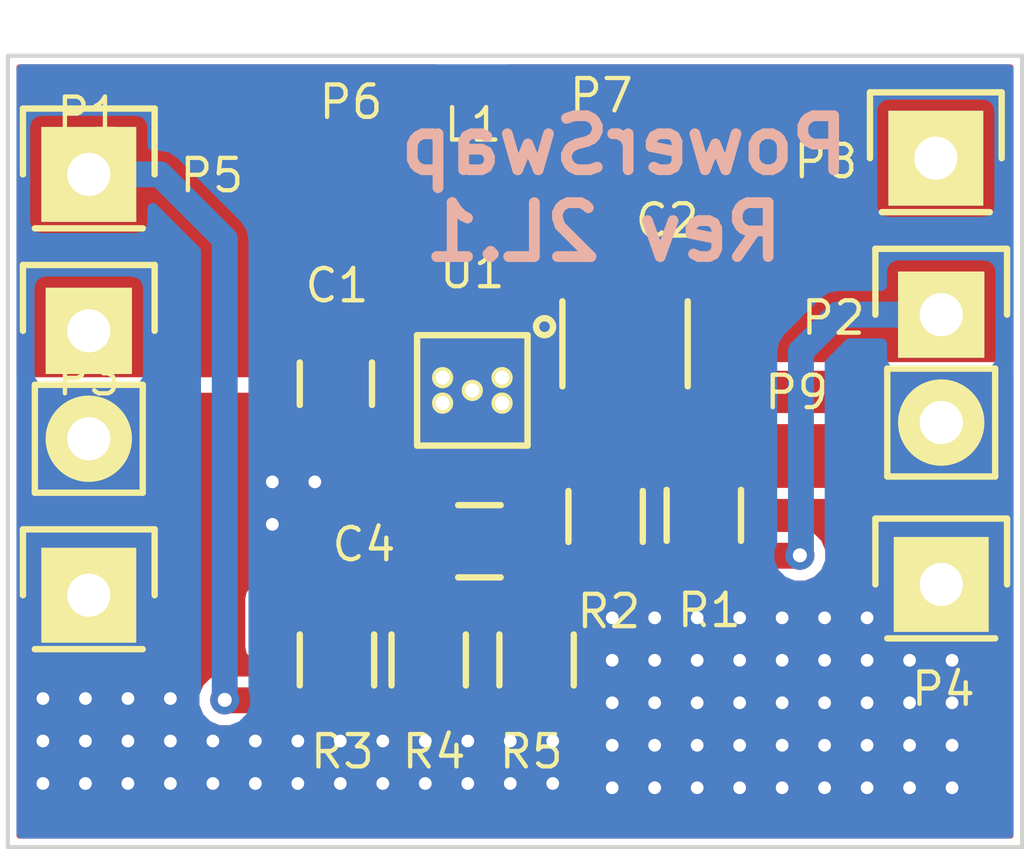
<source format=kicad_pcb>
(kicad_pcb (version 4) (host pcbnew "(2015-06-10 BZR 5730, Git 63c978d)-product")

  (general
    (links 112)
    (no_connects 0)
    (area 131.132906 85.2412 161.667095 106.399)
    (thickness 1.6)
    (drawings 5)
    (tracks 61)
    (zones 0)
    (modules 95)
    (nets 10)
  )

  (page A4)
  (layers
    (0 F.Cu signal)
    (31 B.Cu signal)
    (32 B.Adhes user)
    (33 F.Adhes user)
    (34 B.Paste user)
    (35 F.Paste user)
    (36 B.SilkS user)
    (37 F.SilkS user)
    (38 B.Mask user)
    (39 F.Mask user)
    (40 Dwgs.User user)
    (41 Cmts.User user)
    (42 Eco1.User user)
    (43 Eco2.User user)
    (44 Edge.Cuts user)
    (45 Margin user)
    (46 B.CrtYd user)
    (47 F.CrtYd user)
    (48 B.Fab user)
    (49 F.Fab user)
  )

  (setup
    (last_trace_width 0.254)
    (user_trace_width 0.1524)
    (user_trace_width 0.3048)
    (user_trace_width 0.6096)
    (trace_clearance 0.254)
    (zone_clearance 0.1524)
    (zone_45_only no)
    (trace_min 0.1524)
    (segment_width 0.2)
    (edge_width 0.1)
    (via_size 0.6858)
    (via_drill 0.3302)
    (via_min_size 0.6858)
    (via_min_drill 0.3302)
    (uvia_size 0.508)
    (uvia_drill 0.127)
    (uvias_allowed no)
    (uvia_min_size 0)
    (uvia_min_drill 0)
    (pcb_text_width 0.3)
    (pcb_text_size 1.5 1.5)
    (mod_edge_width 0.15)
    (mod_text_size 0.762 0.762)
    (mod_text_width 0.1016)
    (pad_size 0.6 0.6)
    (pad_drill 0.3)
    (pad_to_mask_clearance 0)
    (pad_to_paste_clearance 0.0762)
    (aux_axis_origin 0 0)
    (visible_elements 7FFEFF7F)
    (pcbplotparams
      (layerselection 0x010fc_80000001)
      (usegerberextensions true)
      (excludeedgelayer true)
      (linewidth 0.127000)
      (plotframeref false)
      (viasonmask false)
      (mode 1)
      (useauxorigin false)
      (hpglpennumber 1)
      (hpglpenspeed 20)
      (hpglpendiameter 15)
      (hpglpenoverlay 2)
      (psnegative false)
      (psa4output false)
      (plotreference true)
      (plotvalue false)
      (plotinvisibletext false)
      (padsonsilk false)
      (subtractmaskfromsilk false)
      (outputformat 1)
      (mirror false)
      (drillshape 0)
      (scaleselection 1)
      (outputdirectory gerber/))
  )

  (net 0 "")
  (net 1 /Vin+)
  (net 2 GNDPWR)
  (net 3 /Vout+)
  (net 4 /Feedback)
  (net 5 /Vina)
  (net 6 /L1)
  (net 7 /L2)
  (net 8 /EN)
  (net 9 /PS)

  (net_class Default "This is the default net class."
    (clearance 0.254)
    (trace_width 0.254)
    (via_dia 0.6858)
    (via_drill 0.3302)
    (uvia_dia 0.508)
    (uvia_drill 0.127)
    (add_net /EN)
    (add_net /Feedback)
    (add_net /L1)
    (add_net /L2)
    (add_net /PS)
    (add_net /Vin+)
    (add_net /Vina)
    (add_net /Vout+)
    (add_net GNDPWR)
  )

  (module PowerSwap-Footprints:VIA-0.6mm (layer F.Cu) (tedit 55E06942) (tstamp 55E06AA5)
    (at 141.1 97.9)
    (fp_text reference REF**12 (at 0 1.27) (layer F.SilkS) hide
      (effects (font (size 1 1) (thickness 0.15)))
    )
    (fp_text value VIA-0.6mm (at 0 -1.27) (layer F.Fab) hide
      (effects (font (size 1 1) (thickness 0.15)))
    )
    (pad 1 thru_hole circle (at 0 0) (size 0.6 0.6) (drill 0.3) (layers *.Cu)
      (net 2 GNDPWR))
  )

  (module PowerSwap-Footprints:VIA-0.6mm (layer F.Cu) (tedit 55E06942) (tstamp 55E06AA1)
    (at 142.1 96.9)
    (fp_text reference REF**21 (at 0 1.27) (layer F.SilkS) hide
      (effects (font (size 1 1) (thickness 0.15)))
    )
    (fp_text value VIA-0.6mm (at 0 -1.27) (layer F.Fab) hide
      (effects (font (size 1 1) (thickness 0.15)))
    )
    (pad 1 thru_hole circle (at 0 0) (size 0.6 0.6) (drill 0.3) (layers *.Cu)
      (net 2 GNDPWR))
  )

  (module PowerSwap-Footprints:VIA-0.6mm (layer F.Cu) (tedit 55E06823) (tstamp 55E06A6D)
    (at 138.7 102)
    (fp_text reference REF**11321 (at 0 1.27) (layer F.SilkS) hide
      (effects (font (size 1 1) (thickness 0.15)))
    )
    (fp_text value VIA-0.6mm (at 0 -1.27) (layer F.Fab) hide
      (effects (font (size 1 1) (thickness 0.15)))
    )
    (pad 1 thru_hole circle (at 0 0) (size 0.6 0.6) (drill 0.3) (layers *.Cu)
      (net 2 GNDPWR))
  )

  (module PowerSwap-Footprints:VIA-0.6mm (layer F.Cu) (tedit 55E06823) (tstamp 55E06A3B)
    (at 147.7 104)
    (fp_text reference REF**1131112 (at 0 1.27) (layer F.SilkS) hide
      (effects (font (size 1 1) (thickness 0.15)))
    )
    (fp_text value VIA-0.6mm (at 0 -1.27) (layer F.Fab) hide
      (effects (font (size 1 1) (thickness 0.15)))
    )
    (pad 1 thru_hole circle (at 0 0) (size 0.6 0.6) (drill 0.3) (layers *.Cu)
      (net 2 GNDPWR))
  )

  (module PowerSwap-Footprints:VIA-0.6mm (layer F.Cu) (tedit 55E06823) (tstamp 55E06A37)
    (at 146.7 104)
    (fp_text reference REF**1131102 (at 0 1.27) (layer F.SilkS) hide
      (effects (font (size 1 1) (thickness 0.15)))
    )
    (fp_text value VIA-0.6mm (at 0 -1.27) (layer F.Fab) hide
      (effects (font (size 1 1) (thickness 0.15)))
    )
    (pad 1 thru_hole circle (at 0 0) (size 0.6 0.6) (drill 0.3) (layers *.Cu)
      (net 2 GNDPWR))
  )

  (module PowerSwap-Footprints:VIA-0.6mm (layer F.Cu) (tedit 55E06823) (tstamp 55E06A33)
    (at 145.7 104)
    (fp_text reference REF**113192 (at 0 1.27) (layer F.SilkS) hide
      (effects (font (size 1 1) (thickness 0.15)))
    )
    (fp_text value VIA-0.6mm (at 0 -1.27) (layer F.Fab) hide
      (effects (font (size 1 1) (thickness 0.15)))
    )
    (pad 1 thru_hole circle (at 0 0) (size 0.6 0.6) (drill 0.3) (layers *.Cu)
      (net 2 GNDPWR))
  )

  (module PowerSwap-Footprints:VIA-0.6mm (layer F.Cu) (tedit 55E06823) (tstamp 55E06A2F)
    (at 144.7 104)
    (fp_text reference REF**113182 (at 0 1.27) (layer F.SilkS) hide
      (effects (font (size 1 1) (thickness 0.15)))
    )
    (fp_text value VIA-0.6mm (at 0 -1.27) (layer F.Fab) hide
      (effects (font (size 1 1) (thickness 0.15)))
    )
    (pad 1 thru_hole circle (at 0 0) (size 0.6 0.6) (drill 0.3) (layers *.Cu)
      (net 2 GNDPWR))
  )

  (module PowerSwap-Footprints:VIA-0.6mm (layer F.Cu) (tedit 55E06823) (tstamp 55E06A2B)
    (at 143.7 104)
    (fp_text reference REF**113172 (at 0 1.27) (layer F.SilkS) hide
      (effects (font (size 1 1) (thickness 0.15)))
    )
    (fp_text value VIA-0.6mm (at 0 -1.27) (layer F.Fab) hide
      (effects (font (size 1 1) (thickness 0.15)))
    )
    (pad 1 thru_hole circle (at 0 0) (size 0.6 0.6) (drill 0.3) (layers *.Cu)
      (net 2 GNDPWR))
  )

  (module PowerSwap-Footprints:VIA-0.6mm (layer F.Cu) (tedit 55E06823) (tstamp 55E06A27)
    (at 142.7 104)
    (fp_text reference REF**113162 (at 0 1.27) (layer F.SilkS) hide
      (effects (font (size 1 1) (thickness 0.15)))
    )
    (fp_text value VIA-0.6mm (at 0 -1.27) (layer F.Fab) hide
      (effects (font (size 1 1) (thickness 0.15)))
    )
    (pad 1 thru_hole circle (at 0 0) (size 0.6 0.6) (drill 0.3) (layers *.Cu)
      (net 2 GNDPWR))
  )

  (module PowerSwap-Footprints:VIA-0.6mm (layer F.Cu) (tedit 55E06823) (tstamp 55E06A23)
    (at 141.7 104)
    (fp_text reference REF**113152 (at 0 1.27) (layer F.SilkS) hide
      (effects (font (size 1 1) (thickness 0.15)))
    )
    (fp_text value VIA-0.6mm (at 0 -1.27) (layer F.Fab) hide
      (effects (font (size 1 1) (thickness 0.15)))
    )
    (pad 1 thru_hole circle (at 0 0) (size 0.6 0.6) (drill 0.3) (layers *.Cu)
      (net 2 GNDPWR))
  )

  (module PowerSwap-Footprints:VIA-0.6mm (layer F.Cu) (tedit 55E06823) (tstamp 55E06A1F)
    (at 140.7 104)
    (fp_text reference REF**113142 (at 0 1.27) (layer F.SilkS) hide
      (effects (font (size 1 1) (thickness 0.15)))
    )
    (fp_text value VIA-0.6mm (at 0 -1.27) (layer F.Fab) hide
      (effects (font (size 1 1) (thickness 0.15)))
    )
    (pad 1 thru_hole circle (at 0 0) (size 0.6 0.6) (drill 0.3) (layers *.Cu)
      (net 2 GNDPWR))
  )

  (module PowerSwap-Footprints:VIA-0.6mm (layer F.Cu) (tedit 55E06823) (tstamp 55E06A1B)
    (at 139.7 104)
    (fp_text reference REF**113132 (at 0 1.27) (layer F.SilkS) hide
      (effects (font (size 1 1) (thickness 0.15)))
    )
    (fp_text value VIA-0.6mm (at 0 -1.27) (layer F.Fab) hide
      (effects (font (size 1 1) (thickness 0.15)))
    )
    (pad 1 thru_hole circle (at 0 0) (size 0.6 0.6) (drill 0.3) (layers *.Cu)
      (net 2 GNDPWR))
  )

  (module PowerSwap-Footprints:VIA-0.6mm (layer F.Cu) (tedit 55E06823) (tstamp 55E06A17)
    (at 138.7 104)
    (fp_text reference REF**113122 (at 0 1.27) (layer F.SilkS) hide
      (effects (font (size 1 1) (thickness 0.15)))
    )
    (fp_text value VIA-0.6mm (at 0 -1.27) (layer F.Fab) hide
      (effects (font (size 1 1) (thickness 0.15)))
    )
    (pad 1 thru_hole circle (at 0 0) (size 0.6 0.6) (drill 0.3) (layers *.Cu)
      (net 2 GNDPWR))
  )

  (module PowerSwap-Footprints:VIA-0.6mm (layer F.Cu) (tedit 55E06823) (tstamp 55E06A13)
    (at 137.7 104)
    (fp_text reference REF**113112 (at 0 1.27) (layer F.SilkS) hide
      (effects (font (size 1 1) (thickness 0.15)))
    )
    (fp_text value VIA-0.6mm (at 0 -1.27) (layer F.Fab) hide
      (effects (font (size 1 1) (thickness 0.15)))
    )
    (pad 1 thru_hole circle (at 0 0) (size 0.6 0.6) (drill 0.3) (layers *.Cu)
      (net 2 GNDPWR))
  )

  (module PowerSwap-Footprints:VIA-0.6mm (layer F.Cu) (tedit 55E06823) (tstamp 55E06A0F)
    (at 147.7 103)
    (fp_text reference REF**1131111 (at 0 1.27) (layer F.SilkS) hide
      (effects (font (size 1 1) (thickness 0.15)))
    )
    (fp_text value VIA-0.6mm (at 0 -1.27) (layer F.Fab) hide
      (effects (font (size 1 1) (thickness 0.15)))
    )
    (pad 1 thru_hole circle (at 0 0) (size 0.6 0.6) (drill 0.3) (layers *.Cu)
      (net 2 GNDPWR))
  )

  (module PowerSwap-Footprints:VIA-0.6mm (layer F.Cu) (tedit 55E06823) (tstamp 55E06A0B)
    (at 146.7 103)
    (fp_text reference REF**1131101 (at 0 1.27) (layer F.SilkS) hide
      (effects (font (size 1 1) (thickness 0.15)))
    )
    (fp_text value VIA-0.6mm (at 0 -1.27) (layer F.Fab) hide
      (effects (font (size 1 1) (thickness 0.15)))
    )
    (pad 1 thru_hole circle (at 0 0) (size 0.6 0.6) (drill 0.3) (layers *.Cu)
      (net 2 GNDPWR))
  )

  (module PowerSwap-Footprints:VIA-0.6mm (layer F.Cu) (tedit 55E06823) (tstamp 55E06A07)
    (at 145.7 103)
    (fp_text reference REF**113191 (at 0 1.27) (layer F.SilkS) hide
      (effects (font (size 1 1) (thickness 0.15)))
    )
    (fp_text value VIA-0.6mm (at 0 -1.27) (layer F.Fab) hide
      (effects (font (size 1 1) (thickness 0.15)))
    )
    (pad 1 thru_hole circle (at 0 0) (size 0.6 0.6) (drill 0.3) (layers *.Cu)
      (net 2 GNDPWR))
  )

  (module PowerSwap-Footprints:VIA-0.6mm (layer F.Cu) (tedit 55E06823) (tstamp 55E06A03)
    (at 144.7 103)
    (fp_text reference REF**113181 (at 0 1.27) (layer F.SilkS) hide
      (effects (font (size 1 1) (thickness 0.15)))
    )
    (fp_text value VIA-0.6mm (at 0 -1.27) (layer F.Fab) hide
      (effects (font (size 1 1) (thickness 0.15)))
    )
    (pad 1 thru_hole circle (at 0 0) (size 0.6 0.6) (drill 0.3) (layers *.Cu)
      (net 2 GNDPWR))
  )

  (module PowerSwap-Footprints:VIA-0.6mm (layer F.Cu) (tedit 55E06823) (tstamp 55E069FF)
    (at 143.7 103)
    (fp_text reference REF**113171 (at 0 1.27) (layer F.SilkS) hide
      (effects (font (size 1 1) (thickness 0.15)))
    )
    (fp_text value VIA-0.6mm (at 0 -1.27) (layer F.Fab) hide
      (effects (font (size 1 1) (thickness 0.15)))
    )
    (pad 1 thru_hole circle (at 0 0) (size 0.6 0.6) (drill 0.3) (layers *.Cu)
      (net 2 GNDPWR))
  )

  (module PowerSwap-Footprints:VIA-0.6mm (layer F.Cu) (tedit 55E06823) (tstamp 55E069FB)
    (at 142.7 103)
    (fp_text reference REF**113161 (at 0 1.27) (layer F.SilkS) hide
      (effects (font (size 1 1) (thickness 0.15)))
    )
    (fp_text value VIA-0.6mm (at 0 -1.27) (layer F.Fab) hide
      (effects (font (size 1 1) (thickness 0.15)))
    )
    (pad 1 thru_hole circle (at 0 0) (size 0.6 0.6) (drill 0.3) (layers *.Cu)
      (net 2 GNDPWR))
  )

  (module PowerSwap-Footprints:VIA-0.6mm (layer F.Cu) (tedit 55E06823) (tstamp 55E069F7)
    (at 141.7 103)
    (fp_text reference REF**113151 (at 0 1.27) (layer F.SilkS) hide
      (effects (font (size 1 1) (thickness 0.15)))
    )
    (fp_text value VIA-0.6mm (at 0 -1.27) (layer F.Fab) hide
      (effects (font (size 1 1) (thickness 0.15)))
    )
    (pad 1 thru_hole circle (at 0 0) (size 0.6 0.6) (drill 0.3) (layers *.Cu)
      (net 2 GNDPWR))
  )

  (module PowerSwap-Footprints:VIA-0.6mm (layer F.Cu) (tedit 55E06823) (tstamp 55E069F3)
    (at 140.7 103)
    (fp_text reference REF**113141 (at 0 1.27) (layer F.SilkS) hide
      (effects (font (size 1 1) (thickness 0.15)))
    )
    (fp_text value VIA-0.6mm (at 0 -1.27) (layer F.Fab) hide
      (effects (font (size 1 1) (thickness 0.15)))
    )
    (pad 1 thru_hole circle (at 0 0) (size 0.6 0.6) (drill 0.3) (layers *.Cu)
      (net 2 GNDPWR))
  )

  (module PowerSwap-Footprints:VIA-0.6mm (layer F.Cu) (tedit 55E06823) (tstamp 55E069EF)
    (at 139.7 103)
    (fp_text reference REF**113131 (at 0 1.27) (layer F.SilkS) hide
      (effects (font (size 1 1) (thickness 0.15)))
    )
    (fp_text value VIA-0.6mm (at 0 -1.27) (layer F.Fab) hide
      (effects (font (size 1 1) (thickness 0.15)))
    )
    (pad 1 thru_hole circle (at 0 0) (size 0.6 0.6) (drill 0.3) (layers *.Cu)
      (net 2 GNDPWR))
  )

  (module PowerSwap-Footprints:VIA-0.6mm (layer F.Cu) (tedit 55E06823) (tstamp 55E069EB)
    (at 138.7 103)
    (fp_text reference REF**113121 (at 0 1.27) (layer F.SilkS) hide
      (effects (font (size 1 1) (thickness 0.15)))
    )
    (fp_text value VIA-0.6mm (at 0 -1.27) (layer F.Fab) hide
      (effects (font (size 1 1) (thickness 0.15)))
    )
    (pad 1 thru_hole circle (at 0 0) (size 0.6 0.6) (drill 0.3) (layers *.Cu)
      (net 2 GNDPWR))
  )

  (module PowerSwap-Footprints:VIA-0.6mm (layer F.Cu) (tedit 55E06823) (tstamp 55E0698B)
    (at 136.7 104)
    (fp_text reference REF**1123 (at 0 1.27) (layer F.SilkS) hide
      (effects (font (size 1 1) (thickness 0.15)))
    )
    (fp_text value VIA-0.6mm (at 0 -1.27) (layer F.Fab) hide
      (effects (font (size 1 1) (thickness 0.15)))
    )
    (pad 1 thru_hole circle (at 0 0) (size 0.6 0.6) (drill 0.3) (layers *.Cu)
      (net 2 GNDPWR))
  )

  (module PowerSwap-Footprints:VIA-0.6mm (layer F.Cu) (tedit 55E06823) (tstamp 55E06987)
    (at 135.7 104)
    (fp_text reference REF**1113 (at 0 1.27) (layer F.SilkS) hide
      (effects (font (size 1 1) (thickness 0.15)))
    )
    (fp_text value VIA-0.6mm (at 0 -1.27) (layer F.Fab) hide
      (effects (font (size 1 1) (thickness 0.15)))
    )
    (pad 1 thru_hole circle (at 0 0) (size 0.6 0.6) (drill 0.3) (layers *.Cu)
      (net 2 GNDPWR))
  )

  (module PowerSwap-Footprints:VIA-0.6mm (layer F.Cu) (tedit 55E06823) (tstamp 55E06983)
    (at 137.7 103)
    (fp_text reference REF**113111 (at 0 1.27) (layer F.SilkS) hide
      (effects (font (size 1 1) (thickness 0.15)))
    )
    (fp_text value VIA-0.6mm (at 0 -1.27) (layer F.Fab) hide
      (effects (font (size 1 1) (thickness 0.15)))
    )
    (pad 1 thru_hole circle (at 0 0) (size 0.6 0.6) (drill 0.3) (layers *.Cu)
      (net 2 GNDPWR))
  )

  (module PowerSwap-Footprints:VIA-0.6mm (layer F.Cu) (tedit 55E06823) (tstamp 55E0697F)
    (at 136.7 103)
    (fp_text reference REF**1122 (at 0 1.27) (layer F.SilkS) hide
      (effects (font (size 1 1) (thickness 0.15)))
    )
    (fp_text value VIA-0.6mm (at 0 -1.27) (layer F.Fab) hide
      (effects (font (size 1 1) (thickness 0.15)))
    )
    (pad 1 thru_hole circle (at 0 0) (size 0.6 0.6) (drill 0.3) (layers *.Cu)
      (net 2 GNDPWR))
  )

  (module PowerSwap-Footprints:VIA-0.6mm (layer F.Cu) (tedit 55E06823) (tstamp 55E0697B)
    (at 135.7 103)
    (fp_text reference REF**1112 (at 0 1.27) (layer F.SilkS) hide
      (effects (font (size 1 1) (thickness 0.15)))
    )
    (fp_text value VIA-0.6mm (at 0 -1.27) (layer F.Fab) hide
      (effects (font (size 1 1) (thickness 0.15)))
    )
    (pad 1 thru_hole circle (at 0 0) (size 0.6 0.6) (drill 0.3) (layers *.Cu)
      (net 2 GNDPWR))
  )

  (module PowerSwap-Footprints:VIA-0.6mm (layer F.Cu) (tedit 55E06823) (tstamp 55E06977)
    (at 137.7 102)
    (fp_text reference REF**11311 (at 0 1.27) (layer F.SilkS) hide
      (effects (font (size 1 1) (thickness 0.15)))
    )
    (fp_text value VIA-0.6mm (at 0 -1.27) (layer F.Fab) hide
      (effects (font (size 1 1) (thickness 0.15)))
    )
    (pad 1 thru_hole circle (at 0 0) (size 0.6 0.6) (drill 0.3) (layers *.Cu)
      (net 2 GNDPWR))
  )

  (module PowerSwap-Footprints:VIA-0.6mm (layer F.Cu) (tedit 55E06823) (tstamp 55E06973)
    (at 136.7 102)
    (fp_text reference REF**1121 (at 0 1.27) (layer F.SilkS) hide
      (effects (font (size 1 1) (thickness 0.15)))
    )
    (fp_text value VIA-0.6mm (at 0 -1.27) (layer F.Fab) hide
      (effects (font (size 1 1) (thickness 0.15)))
    )
    (pad 1 thru_hole circle (at 0 0) (size 0.6 0.6) (drill 0.3) (layers *.Cu)
      (net 2 GNDPWR))
  )

  (module PowerSwap-Footprints:VIA-0.6mm (layer F.Cu) (tedit 55E06494) (tstamp 55E0688A)
    (at 149.1 100.1)
    (fp_text reference REF**111 (at 0 1.27) (layer F.SilkS) hide
      (effects (font (size 1 1) (thickness 0.15)))
    )
    (fp_text value VIA-0.6mm (at 0 -1.27) (layer F.Fab) hide
      (effects (font (size 1 1) (thickness 0.15)))
    )
    (pad 1 thru_hole circle (at 0 0) (size 0.6 0.6) (drill 0.3) (layers *.Cu)
      (net 2 GNDPWR))
  )

  (module PowerSwap-Footprints:VIA-0.6mm (layer F.Cu) (tedit 55E06494) (tstamp 55E06880)
    (at 157.1 104.1)
    (fp_text reference REF**195 (at 0 1.27) (layer F.SilkS) hide
      (effects (font (size 1 1) (thickness 0.15)))
    )
    (fp_text value VIA-0.6mm (at 0 -1.27) (layer F.Fab) hide
      (effects (font (size 1 1) (thickness 0.15)))
    )
    (pad 1 thru_hole circle (at 0 0) (size 0.6 0.6) (drill 0.3) (layers *.Cu)
      (net 2 GNDPWR))
  )

  (module PowerSwap-Footprints:VIA-0.6mm (layer F.Cu) (tedit 55E06494) (tstamp 55E0687C)
    (at 156.1 104.1)
    (fp_text reference REF**185 (at 0 1.27) (layer F.SilkS) hide
      (effects (font (size 1 1) (thickness 0.15)))
    )
    (fp_text value VIA-0.6mm (at 0 -1.27) (layer F.Fab) hide
      (effects (font (size 1 1) (thickness 0.15)))
    )
    (pad 1 thru_hole circle (at 0 0) (size 0.6 0.6) (drill 0.3) (layers *.Cu)
      (net 2 GNDPWR))
  )

  (module PowerSwap-Footprints:VIA-0.6mm (layer F.Cu) (tedit 55E06494) (tstamp 55E06878)
    (at 155.1 104.1)
    (fp_text reference REF**175 (at 0 1.27) (layer F.SilkS) hide
      (effects (font (size 1 1) (thickness 0.15)))
    )
    (fp_text value VIA-0.6mm (at 0 -1.27) (layer F.Fab) hide
      (effects (font (size 1 1) (thickness 0.15)))
    )
    (pad 1 thru_hole circle (at 0 0) (size 0.6 0.6) (drill 0.3) (layers *.Cu)
      (net 2 GNDPWR))
  )

  (module PowerSwap-Footprints:VIA-0.6mm (layer F.Cu) (tedit 55E06494) (tstamp 55E06874)
    (at 154.1 104.1)
    (fp_text reference REF**165 (at 0 1.27) (layer F.SilkS) hide
      (effects (font (size 1 1) (thickness 0.15)))
    )
    (fp_text value VIA-0.6mm (at 0 -1.27) (layer F.Fab) hide
      (effects (font (size 1 1) (thickness 0.15)))
    )
    (pad 1 thru_hole circle (at 0 0) (size 0.6 0.6) (drill 0.3) (layers *.Cu)
      (net 2 GNDPWR))
  )

  (module PowerSwap-Footprints:VIA-0.6mm (layer F.Cu) (tedit 55E06494) (tstamp 55E06870)
    (at 153.1 104.1)
    (fp_text reference REF**155 (at 0 1.27) (layer F.SilkS) hide
      (effects (font (size 1 1) (thickness 0.15)))
    )
    (fp_text value VIA-0.6mm (at 0 -1.27) (layer F.Fab) hide
      (effects (font (size 1 1) (thickness 0.15)))
    )
    (pad 1 thru_hole circle (at 0 0) (size 0.6 0.6) (drill 0.3) (layers *.Cu)
      (net 2 GNDPWR))
  )

  (module PowerSwap-Footprints:VIA-0.6mm (layer F.Cu) (tedit 55E06494) (tstamp 55E0686C)
    (at 152.1 104.1)
    (fp_text reference REF**145 (at 0 1.27) (layer F.SilkS) hide
      (effects (font (size 1 1) (thickness 0.15)))
    )
    (fp_text value VIA-0.6mm (at 0 -1.27) (layer F.Fab) hide
      (effects (font (size 1 1) (thickness 0.15)))
    )
    (pad 1 thru_hole circle (at 0 0) (size 0.6 0.6) (drill 0.3) (layers *.Cu)
      (net 2 GNDPWR))
  )

  (module PowerSwap-Footprints:VIA-0.6mm (layer F.Cu) (tedit 55E06494) (tstamp 55E06868)
    (at 151.1 104.1)
    (fp_text reference REF**135 (at 0 1.27) (layer F.SilkS) hide
      (effects (font (size 1 1) (thickness 0.15)))
    )
    (fp_text value VIA-0.6mm (at 0 -1.27) (layer F.Fab) hide
      (effects (font (size 1 1) (thickness 0.15)))
    )
    (pad 1 thru_hole circle (at 0 0) (size 0.6 0.6) (drill 0.3) (layers *.Cu)
      (net 2 GNDPWR))
  )

  (module PowerSwap-Footprints:VIA-0.6mm (layer F.Cu) (tedit 55E06494) (tstamp 55E06864)
    (at 150.1 104.1)
    (fp_text reference REF**125 (at 0 1.27) (layer F.SilkS) hide
      (effects (font (size 1 1) (thickness 0.15)))
    )
    (fp_text value VIA-0.6mm (at 0 -1.27) (layer F.Fab) hide
      (effects (font (size 1 1) (thickness 0.15)))
    )
    (pad 1 thru_hole circle (at 0 0) (size 0.6 0.6) (drill 0.3) (layers *.Cu)
      (net 2 GNDPWR))
  )

  (module PowerSwap-Footprints:VIA-0.6mm (layer F.Cu) (tedit 55E06494) (tstamp 55E06860)
    (at 149.1 104.1)
    (fp_text reference REF**115 (at 0 1.27) (layer F.SilkS) hide
      (effects (font (size 1 1) (thickness 0.15)))
    )
    (fp_text value VIA-0.6mm (at 0 -1.27) (layer F.Fab) hide
      (effects (font (size 1 1) (thickness 0.15)))
    )
    (pad 1 thru_hole circle (at 0 0) (size 0.6 0.6) (drill 0.3) (layers *.Cu)
      (net 2 GNDPWR))
  )

  (module PowerSwap-Footprints:VIA-0.6mm (layer F.Cu) (tedit 55E06494) (tstamp 55E0685C)
    (at 157.1 103.1)
    (fp_text reference REF**194 (at 0 1.27) (layer F.SilkS) hide
      (effects (font (size 1 1) (thickness 0.15)))
    )
    (fp_text value VIA-0.6mm (at 0 -1.27) (layer F.Fab) hide
      (effects (font (size 1 1) (thickness 0.15)))
    )
    (pad 1 thru_hole circle (at 0 0) (size 0.6 0.6) (drill 0.3) (layers *.Cu)
      (net 2 GNDPWR))
  )

  (module PowerSwap-Footprints:VIA-0.6mm (layer F.Cu) (tedit 55E06494) (tstamp 55E06858)
    (at 156.1 103.1)
    (fp_text reference REF**184 (at 0 1.27) (layer F.SilkS) hide
      (effects (font (size 1 1) (thickness 0.15)))
    )
    (fp_text value VIA-0.6mm (at 0 -1.27) (layer F.Fab) hide
      (effects (font (size 1 1) (thickness 0.15)))
    )
    (pad 1 thru_hole circle (at 0 0) (size 0.6 0.6) (drill 0.3) (layers *.Cu)
      (net 2 GNDPWR))
  )

  (module PowerSwap-Footprints:VIA-0.6mm (layer F.Cu) (tedit 55E06494) (tstamp 55E06854)
    (at 155.1 103.1)
    (fp_text reference REF**174 (at 0 1.27) (layer F.SilkS) hide
      (effects (font (size 1 1) (thickness 0.15)))
    )
    (fp_text value VIA-0.6mm (at 0 -1.27) (layer F.Fab) hide
      (effects (font (size 1 1) (thickness 0.15)))
    )
    (pad 1 thru_hole circle (at 0 0) (size 0.6 0.6) (drill 0.3) (layers *.Cu)
      (net 2 GNDPWR))
  )

  (module PowerSwap-Footprints:VIA-0.6mm (layer F.Cu) (tedit 55E06494) (tstamp 55E06850)
    (at 154.1 103.1)
    (fp_text reference REF**164 (at 0 1.27) (layer F.SilkS) hide
      (effects (font (size 1 1) (thickness 0.15)))
    )
    (fp_text value VIA-0.6mm (at 0 -1.27) (layer F.Fab) hide
      (effects (font (size 1 1) (thickness 0.15)))
    )
    (pad 1 thru_hole circle (at 0 0) (size 0.6 0.6) (drill 0.3) (layers *.Cu)
      (net 2 GNDPWR))
  )

  (module PowerSwap-Footprints:VIA-0.6mm (layer F.Cu) (tedit 55E06494) (tstamp 55E0684C)
    (at 153.1 103.1)
    (fp_text reference REF**154 (at 0 1.27) (layer F.SilkS) hide
      (effects (font (size 1 1) (thickness 0.15)))
    )
    (fp_text value VIA-0.6mm (at 0 -1.27) (layer F.Fab) hide
      (effects (font (size 1 1) (thickness 0.15)))
    )
    (pad 1 thru_hole circle (at 0 0) (size 0.6 0.6) (drill 0.3) (layers *.Cu)
      (net 2 GNDPWR))
  )

  (module PowerSwap-Footprints:VIA-0.6mm (layer F.Cu) (tedit 55E06494) (tstamp 55E06848)
    (at 152.1 103.1)
    (fp_text reference REF**144 (at 0 1.27) (layer F.SilkS) hide
      (effects (font (size 1 1) (thickness 0.15)))
    )
    (fp_text value VIA-0.6mm (at 0 -1.27) (layer F.Fab) hide
      (effects (font (size 1 1) (thickness 0.15)))
    )
    (pad 1 thru_hole circle (at 0 0) (size 0.6 0.6) (drill 0.3) (layers *.Cu)
      (net 2 GNDPWR))
  )

  (module PowerSwap-Footprints:VIA-0.6mm (layer F.Cu) (tedit 55E06494) (tstamp 55E06844)
    (at 151.1 103.1)
    (fp_text reference REF**134 (at 0 1.27) (layer F.SilkS) hide
      (effects (font (size 1 1) (thickness 0.15)))
    )
    (fp_text value VIA-0.6mm (at 0 -1.27) (layer F.Fab) hide
      (effects (font (size 1 1) (thickness 0.15)))
    )
    (pad 1 thru_hole circle (at 0 0) (size 0.6 0.6) (drill 0.3) (layers *.Cu)
      (net 2 GNDPWR))
  )

  (module PowerSwap-Footprints:VIA-0.6mm (layer F.Cu) (tedit 55E06494) (tstamp 55E06840)
    (at 150.1 103.1)
    (fp_text reference REF**124 (at 0 1.27) (layer F.SilkS) hide
      (effects (font (size 1 1) (thickness 0.15)))
    )
    (fp_text value VIA-0.6mm (at 0 -1.27) (layer F.Fab) hide
      (effects (font (size 1 1) (thickness 0.15)))
    )
    (pad 1 thru_hole circle (at 0 0) (size 0.6 0.6) (drill 0.3) (layers *.Cu)
      (net 2 GNDPWR))
  )

  (module PowerSwap-Footprints:VIA-0.6mm (layer F.Cu) (tedit 55E06494) (tstamp 55E0683C)
    (at 149.1 103.1)
    (fp_text reference REF**114 (at 0 1.27) (layer F.SilkS) hide
      (effects (font (size 1 1) (thickness 0.15)))
    )
    (fp_text value VIA-0.6mm (at 0 -1.27) (layer F.Fab) hide
      (effects (font (size 1 1) (thickness 0.15)))
    )
    (pad 1 thru_hole circle (at 0 0) (size 0.6 0.6) (drill 0.3) (layers *.Cu)
      (net 2 GNDPWR))
  )

  (module PowerSwap-Footprints:VIA-0.6mm (layer F.Cu) (tedit 55E06494) (tstamp 55E06838)
    (at 157.1 102.1)
    (fp_text reference REF**193 (at 0 1.27) (layer F.SilkS) hide
      (effects (font (size 1 1) (thickness 0.15)))
    )
    (fp_text value VIA-0.6mm (at 0 -1.27) (layer F.Fab) hide
      (effects (font (size 1 1) (thickness 0.15)))
    )
    (pad 1 thru_hole circle (at 0 0) (size 0.6 0.6) (drill 0.3) (layers *.Cu)
      (net 2 GNDPWR))
  )

  (module PowerSwap-Footprints:VIA-0.6mm (layer F.Cu) (tedit 55E06494) (tstamp 55E06834)
    (at 156.1 102.1)
    (fp_text reference REF**183 (at 0 1.27) (layer F.SilkS) hide
      (effects (font (size 1 1) (thickness 0.15)))
    )
    (fp_text value VIA-0.6mm (at 0 -1.27) (layer F.Fab) hide
      (effects (font (size 1 1) (thickness 0.15)))
    )
    (pad 1 thru_hole circle (at 0 0) (size 0.6 0.6) (drill 0.3) (layers *.Cu)
      (net 2 GNDPWR))
  )

  (module PowerSwap-Footprints:VIA-0.6mm (layer F.Cu) (tedit 55E06494) (tstamp 55E06830)
    (at 155.1 102.1)
    (fp_text reference REF**173 (at 0 1.27) (layer F.SilkS) hide
      (effects (font (size 1 1) (thickness 0.15)))
    )
    (fp_text value VIA-0.6mm (at 0 -1.27) (layer F.Fab) hide
      (effects (font (size 1 1) (thickness 0.15)))
    )
    (pad 1 thru_hole circle (at 0 0) (size 0.6 0.6) (drill 0.3) (layers *.Cu)
      (net 2 GNDPWR))
  )

  (module PowerSwap-Footprints:VIA-0.6mm (layer F.Cu) (tedit 55E06494) (tstamp 55E0682C)
    (at 154.1 102.1)
    (fp_text reference REF**163 (at 0 1.27) (layer F.SilkS) hide
      (effects (font (size 1 1) (thickness 0.15)))
    )
    (fp_text value VIA-0.6mm (at 0 -1.27) (layer F.Fab) hide
      (effects (font (size 1 1) (thickness 0.15)))
    )
    (pad 1 thru_hole circle (at 0 0) (size 0.6 0.6) (drill 0.3) (layers *.Cu)
      (net 2 GNDPWR))
  )

  (module PowerSwap-Footprints:VIA-0.6mm (layer F.Cu) (tedit 55E06494) (tstamp 55E06828)
    (at 153.1 102.1)
    (fp_text reference REF**153 (at 0 1.27) (layer F.SilkS) hide
      (effects (font (size 1 1) (thickness 0.15)))
    )
    (fp_text value VIA-0.6mm (at 0 -1.27) (layer F.Fab) hide
      (effects (font (size 1 1) (thickness 0.15)))
    )
    (pad 1 thru_hole circle (at 0 0) (size 0.6 0.6) (drill 0.3) (layers *.Cu)
      (net 2 GNDPWR))
  )

  (module PowerSwap-Footprints:VIA-0.6mm (layer F.Cu) (tedit 55E06494) (tstamp 55E06824)
    (at 152.1 102.1)
    (fp_text reference REF**143 (at 0 1.27) (layer F.SilkS) hide
      (effects (font (size 1 1) (thickness 0.15)))
    )
    (fp_text value VIA-0.6mm (at 0 -1.27) (layer F.Fab) hide
      (effects (font (size 1 1) (thickness 0.15)))
    )
    (pad 1 thru_hole circle (at 0 0) (size 0.6 0.6) (drill 0.3) (layers *.Cu)
      (net 2 GNDPWR))
  )

  (module PowerSwap-Footprints:VIA-0.6mm (layer F.Cu) (tedit 55E06494) (tstamp 55E06820)
    (at 151.1 102.1)
    (fp_text reference REF**133 (at 0 1.27) (layer F.SilkS) hide
      (effects (font (size 1 1) (thickness 0.15)))
    )
    (fp_text value VIA-0.6mm (at 0 -1.27) (layer F.Fab) hide
      (effects (font (size 1 1) (thickness 0.15)))
    )
    (pad 1 thru_hole circle (at 0 0) (size 0.6 0.6) (drill 0.3) (layers *.Cu)
      (net 2 GNDPWR))
  )

  (module PowerSwap-Footprints:VIA-0.6mm (layer F.Cu) (tedit 55E06494) (tstamp 55E0681C)
    (at 150.1 102.1)
    (fp_text reference REF**123 (at 0 1.27) (layer F.SilkS) hide
      (effects (font (size 1 1) (thickness 0.15)))
    )
    (fp_text value VIA-0.6mm (at 0 -1.27) (layer F.Fab) hide
      (effects (font (size 1 1) (thickness 0.15)))
    )
    (pad 1 thru_hole circle (at 0 0) (size 0.6 0.6) (drill 0.3) (layers *.Cu)
      (net 2 GNDPWR))
  )

  (module PowerSwap-Footprints:VIA-0.6mm (layer F.Cu) (tedit 55E06494) (tstamp 55E06818)
    (at 149.1 102.1)
    (fp_text reference REF**113 (at 0 1.27) (layer F.SilkS) hide
      (effects (font (size 1 1) (thickness 0.15)))
    )
    (fp_text value VIA-0.6mm (at 0 -1.27) (layer F.Fab) hide
      (effects (font (size 1 1) (thickness 0.15)))
    )
    (pad 1 thru_hole circle (at 0 0) (size 0.6 0.6) (drill 0.3) (layers *.Cu)
      (net 2 GNDPWR))
  )

  (module PowerSwap-Footprints:VIA-0.6mm (layer F.Cu) (tedit 560D9A93) (tstamp 55E06814)
    (at 157.1 101.1)
    (fp_text reference REF**192 (at 0 1.27) (layer F.SilkS) hide
      (effects (font (size 1 1) (thickness 0.15)))
    )
    (fp_text value VIA-0.6mm (at 0 -1.27) (layer F.Fab) hide
      (effects (font (size 1 1) (thickness 0.15)))
    )
    (pad 1 thru_hole circle (at 0 0) (size 0.6 0.6) (drill 0.3) (layers *.Cu)
      (net 2 GNDPWR))
  )

  (module PowerSwap-Footprints:VIA-0.6mm (layer F.Cu) (tedit 55E06494) (tstamp 55E06810)
    (at 156.1 101.1)
    (fp_text reference REF**182 (at 0 1.27) (layer F.SilkS) hide
      (effects (font (size 1 1) (thickness 0.15)))
    )
    (fp_text value VIA-0.6mm (at 0 -1.27) (layer F.Fab) hide
      (effects (font (size 1 1) (thickness 0.15)))
    )
    (pad 1 thru_hole circle (at 0 0) (size 0.6 0.6) (drill 0.3) (layers *.Cu)
      (net 2 GNDPWR))
  )

  (module PowerSwap-Footprints:VIA-0.6mm (layer F.Cu) (tedit 55E06494) (tstamp 55E0680C)
    (at 155.1 101.1)
    (fp_text reference REF**172 (at 0 1.27) (layer F.SilkS) hide
      (effects (font (size 1 1) (thickness 0.15)))
    )
    (fp_text value VIA-0.6mm (at 0 -1.27) (layer F.Fab) hide
      (effects (font (size 1 1) (thickness 0.15)))
    )
    (pad 1 thru_hole circle (at 0 0) (size 0.6 0.6) (drill 0.3) (layers *.Cu)
      (net 2 GNDPWR))
  )

  (module PowerSwap-Footprints:VIA-0.6mm (layer F.Cu) (tedit 55E06494) (tstamp 55E06808)
    (at 154.1 101.1)
    (fp_text reference REF**162 (at 0 1.27) (layer F.SilkS) hide
      (effects (font (size 1 1) (thickness 0.15)))
    )
    (fp_text value VIA-0.6mm (at 0 -1.27) (layer F.Fab) hide
      (effects (font (size 1 1) (thickness 0.15)))
    )
    (pad 1 thru_hole circle (at 0 0) (size 0.6 0.6) (drill 0.3) (layers *.Cu)
      (net 2 GNDPWR))
  )

  (module PowerSwap-Footprints:VIA-0.6mm (layer F.Cu) (tedit 55E06494) (tstamp 55E06804)
    (at 153.1 101.1)
    (fp_text reference REF**152 (at 0 1.27) (layer F.SilkS) hide
      (effects (font (size 1 1) (thickness 0.15)))
    )
    (fp_text value VIA-0.6mm (at 0 -1.27) (layer F.Fab) hide
      (effects (font (size 1 1) (thickness 0.15)))
    )
    (pad 1 thru_hole circle (at 0 0) (size 0.6 0.6) (drill 0.3) (layers *.Cu)
      (net 2 GNDPWR))
  )

  (module PowerSwap-Footprints:VIA-0.6mm (layer F.Cu) (tedit 55E06494) (tstamp 55E06800)
    (at 152.1 101.1)
    (fp_text reference REF**142 (at 0 1.27) (layer F.SilkS) hide
      (effects (font (size 1 1) (thickness 0.15)))
    )
    (fp_text value VIA-0.6mm (at 0 -1.27) (layer F.Fab) hide
      (effects (font (size 1 1) (thickness 0.15)))
    )
    (pad 1 thru_hole circle (at 0 0) (size 0.6 0.6) (drill 0.3) (layers *.Cu)
      (net 2 GNDPWR))
  )

  (module PowerSwap-Footprints:VIA-0.6mm (layer F.Cu) (tedit 55E06494) (tstamp 55E067FC)
    (at 151.1 101.1)
    (fp_text reference REF**132 (at 0 1.27) (layer F.SilkS) hide
      (effects (font (size 1 1) (thickness 0.15)))
    )
    (fp_text value VIA-0.6mm (at 0 -1.27) (layer F.Fab) hide
      (effects (font (size 1 1) (thickness 0.15)))
    )
    (pad 1 thru_hole circle (at 0 0) (size 0.6 0.6) (drill 0.3) (layers *.Cu)
      (net 2 GNDPWR))
  )

  (module PowerSwap-Footprints:VIA-0.6mm (layer F.Cu) (tedit 55E06494) (tstamp 55E067F8)
    (at 150.1 101.1)
    (fp_text reference REF**122 (at 0 1.27) (layer F.SilkS) hide
      (effects (font (size 1 1) (thickness 0.15)))
    )
    (fp_text value VIA-0.6mm (at 0 -1.27) (layer F.Fab) hide
      (effects (font (size 1 1) (thickness 0.15)))
    )
    (pad 1 thru_hole circle (at 0 0) (size 0.6 0.6) (drill 0.3) (layers *.Cu)
      (net 2 GNDPWR))
  )

  (module PowerSwap-Footprints:VIA-0.6mm (layer F.Cu) (tedit 55E06494) (tstamp 55E067F4)
    (at 149.1 101.1)
    (fp_text reference REF**112 (at 0 1.27) (layer F.SilkS) hide
      (effects (font (size 1 1) (thickness 0.15)))
    )
    (fp_text value VIA-0.6mm (at 0 -1.27) (layer F.Fab) hide
      (effects (font (size 1 1) (thickness 0.15)))
    )
    (pad 1 thru_hole circle (at 0 0) (size 0.6 0.6) (drill 0.3) (layers *.Cu)
      (net 2 GNDPWR))
  )

  (module PowerSwap-Footprints:VIA-0.6mm (layer F.Cu) (tedit 55E06494) (tstamp 55E067E8)
    (at 155.1 100.1)
    (fp_text reference REF**171 (at 0 1.27) (layer F.SilkS) hide
      (effects (font (size 1 1) (thickness 0.15)))
    )
    (fp_text value VIA-0.6mm (at 0 -1.27) (layer F.Fab) hide
      (effects (font (size 1 1) (thickness 0.15)))
    )
    (pad 1 thru_hole circle (at 0 0) (size 0.6 0.6) (drill 0.3) (layers *.Cu)
      (net 2 GNDPWR))
  )

  (module PowerSwap-Footprints:VIA-0.6mm (layer F.Cu) (tedit 55E06494) (tstamp 55E067E4)
    (at 154.1 100.1)
    (fp_text reference REF**161 (at 0 1.27) (layer F.SilkS) hide
      (effects (font (size 1 1) (thickness 0.15)))
    )
    (fp_text value VIA-0.6mm (at 0 -1.27) (layer F.Fab) hide
      (effects (font (size 1 1) (thickness 0.15)))
    )
    (pad 1 thru_hole circle (at 0 0) (size 0.6 0.6) (drill 0.3) (layers *.Cu)
      (net 2 GNDPWR))
  )

  (module PowerSwap-Footprints:VIA-0.6mm (layer F.Cu) (tedit 55E06494) (tstamp 55E067E0)
    (at 153.1 100.1)
    (fp_text reference REF**151 (at 0 1.27) (layer F.SilkS) hide
      (effects (font (size 1 1) (thickness 0.15)))
    )
    (fp_text value VIA-0.6mm (at 0 -1.27) (layer F.Fab) hide
      (effects (font (size 1 1) (thickness 0.15)))
    )
    (pad 1 thru_hole circle (at 0 0) (size 0.6 0.6) (drill 0.3) (layers *.Cu)
      (net 2 GNDPWR))
  )

  (module PowerSwap-Footprints:VIA-0.6mm (layer F.Cu) (tedit 55E06494) (tstamp 55E067DC)
    (at 152.1 100.1)
    (fp_text reference REF**141 (at 0 1.27) (layer F.SilkS) hide
      (effects (font (size 1 1) (thickness 0.15)))
    )
    (fp_text value VIA-0.6mm (at 0 -1.27) (layer F.Fab) hide
      (effects (font (size 1 1) (thickness 0.15)))
    )
    (pad 1 thru_hole circle (at 0 0) (size 0.6 0.6) (drill 0.3) (layers *.Cu)
      (net 2 GNDPWR))
  )

  (module PowerSwap-Footprints:VIA-0.6mm (layer F.Cu) (tedit 55E06494) (tstamp 55E067D8)
    (at 151.1 100.1)
    (fp_text reference REF**131 (at 0 1.27) (layer F.SilkS) hide
      (effects (font (size 1 1) (thickness 0.15)))
    )
    (fp_text value VIA-0.6mm (at 0 -1.27) (layer F.Fab) hide
      (effects (font (size 1 1) (thickness 0.15)))
    )
    (pad 1 thru_hole circle (at 0 0) (size 0.6 0.6) (drill 0.3) (layers *.Cu)
      (net 2 GNDPWR))
  )

  (module PowerSwap-Footprints:VIA-0.6mm (layer F.Cu) (tedit 55E06494) (tstamp 55E067D4)
    (at 150.1 100.1)
    (fp_text reference REF**121 (at 0 1.27) (layer F.SilkS) hide
      (effects (font (size 1 1) (thickness 0.15)))
    )
    (fp_text value VIA-0.6mm (at 0 -1.27) (layer F.Fab) hide
      (effects (font (size 1 1) (thickness 0.15)))
    )
    (pad 1 thru_hole circle (at 0 0) (size 0.6 0.6) (drill 0.3) (layers *.Cu)
      (net 2 GNDPWR))
  )

  (module PowerSwap-Footprints:TPS63030 (layer F.Cu) (tedit 55D37265) (tstamp 55DDC95A)
    (at 145.8072 94.7468 180)
    (path /55BD1FFB)
    (fp_text reference U1 (at 0 2.8 180) (layer F.SilkS)
      (effects (font (size 0.762 0.762) (thickness 0.1016)))
    )
    (fp_text value TPS63030 (at 0 -2.9 180) (layer F.Fab) hide
      (effects (font (size 0.762 0.762) (thickness 0.1016)))
    )
    (fp_line (start 1.3 -1.3) (end 1.3 1.3) (layer F.SilkS) (width 0.15))
    (fp_line (start 1.3 1.3) (end -1.3 1.3) (layer F.SilkS) (width 0.15))
    (fp_line (start -1.3 1.3) (end -1.3 -1.3) (layer F.SilkS) (width 0.15))
    (fp_line (start -1.3 -1.3) (end 1.3 -1.3) (layer F.SilkS) (width 0.15))
    (fp_circle (center -1.7 1.5) (end -1.5 1.5) (layer F.SilkS) (width 0.15))
    (pad 1 smd oval (at -1 1.275 180) (size 0.23 0.8) (layers F.Cu F.Paste F.Mask)
      (net 3 /Vout+))
    (pad 2 smd oval (at -0.5 1.275 180) (size 0.23 0.8) (layers F.Cu F.Paste F.Mask)
      (net 7 /L2))
    (pad 3 smd oval (at 0 1.275 180) (size 0.23 0.8) (layers F.Cu F.Paste F.Mask)
      (net 2 GNDPWR))
    (pad 4 smd oval (at 0.5 1.275 180) (size 0.23 0.8) (layers F.Cu F.Paste F.Mask)
      (net 6 /L1))
    (pad 5 smd oval (at 1 1.275 180) (size 0.23 0.8) (layers F.Cu F.Paste F.Mask)
      (net 1 /Vin+))
    (pad 6 smd oval (at 1 -1.275 180) (size 0.23 0.8) (layers F.Cu F.Paste F.Mask)
      (net 8 /EN))
    (pad 7 smd oval (at 0.5 -1.275 180) (size 0.23 0.8) (layers F.Cu F.Paste F.Mask)
      (net 9 /PS))
    (pad 8 smd oval (at 0 -1.275 180) (size 0.23 0.8) (layers F.Cu F.Paste F.Mask)
      (net 5 /Vina))
    (pad 9 smd oval (at -0.5 -1.275 180) (size 0.23 0.8) (layers F.Cu F.Paste F.Mask)
      (net 2 GNDPWR))
    (pad 10 smd oval (at -1 -1.275 180) (size 0.23 0.8) (layers F.Cu F.Paste F.Mask)
      (net 4 /Feedback))
    (pad 11 smd rect (at 0 0 180) (size 2 1.2) (layers *.Mask F.Cu F.Paste)
      (net 2 GNDPWR))
    (pad 11 thru_hole circle (at -0.7 -0.3 180) (size 0.5 0.5) (drill 0.33) (layers *.Cu *.Mask F.SilkS)
      (net 2 GNDPWR))
    (pad 11 thru_hole circle (at 0 0 180) (size 0.5 0.5) (drill 0.33) (layers *.Cu *.Mask F.SilkS)
      (net 2 GNDPWR))
    (pad 11 thru_hole circle (at 0.7 -0.3 180) (size 0.5 0.5) (drill 0.33) (layers *.Cu *.Mask F.SilkS)
      (net 2 GNDPWR))
    (pad 11 thru_hole circle (at 0.7 0.3 180) (size 0.5 0.5) (drill 0.33) (layers *.Cu *.Mask F.SilkS)
      (net 2 GNDPWR))
    (pad 11 thru_hole circle (at -0.7 0.3 180) (size 0.5 0.5) (drill 0.33) (layers *.Cu *.Mask F.SilkS)
      (net 2 GNDPWR))
  )

  (module Capacitors_SMD:C_0805 (layer F.Cu) (tedit 55DDD9D6) (tstamp 55DDCDD7)
    (at 142.5956 94.5896 270)
    (descr "Capacitor SMD 0805, reflow soldering, AVX (see smccp.pdf)")
    (tags "capacitor 0805")
    (path /55BD2754)
    (attr smd)
    (fp_text reference C1 (at -2.3114 -0.0254 360) (layer F.SilkS)
      (effects (font (size 0.762 0.762) (thickness 0.1016)))
    )
    (fp_text value 4.7μF (at 0 2.1 270) (layer F.Fab)
      (effects (font (size 0.762 0.762) (thickness 0.1016)))
    )
    (fp_line (start -1.8 -1) (end 1.8 -1) (layer F.CrtYd) (width 0.05))
    (fp_line (start -1.8 1) (end 1.8 1) (layer F.CrtYd) (width 0.05))
    (fp_line (start -1.8 -1) (end -1.8 1) (layer F.CrtYd) (width 0.05))
    (fp_line (start 1.8 -1) (end 1.8 1) (layer F.CrtYd) (width 0.05))
    (fp_line (start 0.5 -0.85) (end -0.5 -0.85) (layer F.SilkS) (width 0.15))
    (fp_line (start -0.5 0.85) (end 0.5 0.85) (layer F.SilkS) (width 0.15))
    (pad 1 smd rect (at -1 0 270) (size 1 1.25) (layers F.Cu F.Paste F.Mask)
      (net 1 /Vin+))
    (pad 2 smd rect (at 1 0 270) (size 1 1.25) (layers F.Cu F.Paste F.Mask)
      (net 2 GNDPWR))
    (model Capacitors_SMD.3dshapes/C_0805.wrl
      (at (xyz 0 0 0))
      (scale (xyz 1 1 1))
      (rotate (xyz 0 0 0))
    )
  )

  (module Capacitors_SMD:C_1210 (layer F.Cu) (tedit 55DDD83B) (tstamp 55DDCDE3)
    (at 149.4028 93.6498 270)
    (descr "Capacitor SMD 1210, reflow soldering, AVX (see smccp.pdf)")
    (tags "capacitor 1210")
    (path /55BD27B6)
    (attr smd)
    (fp_text reference C2 (at -2.8956 -0.9906 360) (layer F.SilkS)
      (effects (font (size 0.762 0.762) (thickness 0.1016)))
    )
    (fp_text value 22μF (at 0 2.7 270) (layer F.Fab)
      (effects (font (size 0.762 0.762) (thickness 0.1016)))
    )
    (fp_line (start -2.3 -1.6) (end 2.3 -1.6) (layer F.CrtYd) (width 0.05))
    (fp_line (start -2.3 1.6) (end 2.3 1.6) (layer F.CrtYd) (width 0.05))
    (fp_line (start -2.3 -1.6) (end -2.3 1.6) (layer F.CrtYd) (width 0.05))
    (fp_line (start 2.3 -1.6) (end 2.3 1.6) (layer F.CrtYd) (width 0.05))
    (fp_line (start 1 -1.475) (end -1 -1.475) (layer F.SilkS) (width 0.15))
    (fp_line (start -1 1.475) (end 1 1.475) (layer F.SilkS) (width 0.15))
    (pad 1 smd rect (at -1.5 0 270) (size 1 2.5) (layers F.Cu F.Paste F.Mask)
      (net 3 /Vout+))
    (pad 2 smd rect (at 1.5 0 270) (size 1 2.5) (layers F.Cu F.Paste F.Mask)
      (net 2 GNDPWR))
    (model Capacitors_SMD.3dshapes/C_1210.wrl
      (at (xyz 0 0 0))
      (scale (xyz 1 1 1))
      (rotate (xyz 0 0 0))
    )
  )

  (module Capacitors_SMD:C_0805 (layer F.Cu) (tedit 55DDDE0F) (tstamp 55DDCDEF)
    (at 145.9738 98.298)
    (descr "Capacitor SMD 0805, reflow soldering, AVX (see smccp.pdf)")
    (tags "capacitor 0805")
    (path /55D37B64)
    (attr smd)
    (fp_text reference C4 (at -2.7178 0.0762) (layer F.SilkS)
      (effects (font (size 0.762 0.762) (thickness 0.1016)))
    )
    (fp_text value 0.1μF (at 0 2.1) (layer F.Fab)
      (effects (font (size 0.762 0.762) (thickness 0.1016)))
    )
    (fp_line (start -1.8 -1) (end 1.8 -1) (layer F.CrtYd) (width 0.05))
    (fp_line (start -1.8 1) (end 1.8 1) (layer F.CrtYd) (width 0.05))
    (fp_line (start -1.8 -1) (end -1.8 1) (layer F.CrtYd) (width 0.05))
    (fp_line (start 1.8 -1) (end 1.8 1) (layer F.CrtYd) (width 0.05))
    (fp_line (start 0.5 -0.85) (end -0.5 -0.85) (layer F.SilkS) (width 0.15))
    (fp_line (start -0.5 0.85) (end 0.5 0.85) (layer F.SilkS) (width 0.15))
    (pad 1 smd rect (at -1 0) (size 1 1.25) (layers F.Cu F.Paste F.Mask)
      (net 5 /Vina))
    (pad 2 smd rect (at 1 0) (size 1 1.25) (layers F.Cu F.Paste F.Mask)
      (net 2 GNDPWR))
    (model Capacitors_SMD.3dshapes/C_0805.wrl
      (at (xyz 0 0 0))
      (scale (xyz 1 1 1))
      (rotate (xyz 0 0 0))
    )
  )

  (module PowerSwap-Footprints:SRN3015 (layer F.Cu) (tedit 55DDCDF6) (tstamp 55DDCDF5)
    (at 145.796 90.678 90)
    (path /55BD221D)
    (fp_text reference L1 (at 2.1844 0.0254 180) (layer F.SilkS)
      (effects (font (size 0.762 0.762) (thickness 0.1016)))
    )
    (fp_text value 2.2μΗ (at 0 -3 90) (layer F.Fab) hide
      (effects (font (size 0.762 0.762) (thickness 0.1016)))
    )
    (pad 1 smd rect (at 0 -1.1 90) (size 2.7 1) (layers F.Cu F.Paste F.Mask)
      (net 6 /L1))
    (pad 2 smd rect (at 0 1.1 90) (size 2.7 1) (layers F.Cu F.Paste F.Mask)
      (net 7 /L2))
  )

  (module Pin_Headers:Pin_Header_Straight_1x02 (layer F.Cu) (tedit 54EA090C) (tstamp 55DDCE06)
    (at 136.779 93.345)
    (descr "Through hole pin header")
    (tags "pin header")
    (path /55BD2379)
    (fp_text reference P1 (at 0 -5.1) (layer F.SilkS)
      (effects (font (size 0.762 0.762) (thickness 0.1016)))
    )
    (fp_text value Battery (at 0 -3.1) (layer F.Fab)
      (effects (font (size 0.762 0.762) (thickness 0.1016)))
    )
    (fp_line (start 1.27 1.27) (end 1.27 3.81) (layer F.SilkS) (width 0.15))
    (fp_line (start 1.55 -1.55) (end 1.55 0) (layer F.SilkS) (width 0.15))
    (fp_line (start -1.75 -1.75) (end -1.75 4.3) (layer F.CrtYd) (width 0.05))
    (fp_line (start 1.75 -1.75) (end 1.75 4.3) (layer F.CrtYd) (width 0.05))
    (fp_line (start -1.75 -1.75) (end 1.75 -1.75) (layer F.CrtYd) (width 0.05))
    (fp_line (start -1.75 4.3) (end 1.75 4.3) (layer F.CrtYd) (width 0.05))
    (fp_line (start 1.27 1.27) (end -1.27 1.27) (layer F.SilkS) (width 0.15))
    (fp_line (start -1.55 0) (end -1.55 -1.55) (layer F.SilkS) (width 0.15))
    (fp_line (start -1.55 -1.55) (end 1.55 -1.55) (layer F.SilkS) (width 0.15))
    (fp_line (start -1.27 1.27) (end -1.27 3.81) (layer F.SilkS) (width 0.15))
    (fp_line (start -1.27 3.81) (end 1.27 3.81) (layer F.SilkS) (width 0.15))
    (pad 1 thru_hole rect (at 0 0) (size 2.032 2.032) (drill 1.016) (layers *.Cu *.Mask F.SilkS)
      (net 1 /Vin+))
    (pad 2 thru_hole oval (at 0 2.54) (size 2.032 2.032) (drill 1.016) (layers *.Cu *.Mask F.SilkS)
      (net 2 GNDPWR))
    (model Pin_Headers.3dshapes/Pin_Header_Straight_1x02.wrl
      (at (xyz 0 -0.05 0))
      (scale (xyz 1 1 1))
      (rotate (xyz 0 0 90))
    )
  )

  (module Pin_Headers:Pin_Header_Straight_1x02 (layer F.Cu) (tedit 55DF35EB) (tstamp 55DDCE17)
    (at 156.845 92.964)
    (descr "Through hole pin header")
    (tags "pin header")
    (path /55BD24F5)
    (fp_text reference P2 (at -2.54 0.0762) (layer F.SilkS)
      (effects (font (size 0.762 0.762) (thickness 0.1016)))
    )
    (fp_text value Vout (at 0 -3.1) (layer F.Fab)
      (effects (font (size 0.762 0.762) (thickness 0.1016)))
    )
    (fp_line (start 1.27 1.27) (end 1.27 3.81) (layer F.SilkS) (width 0.15))
    (fp_line (start 1.55 -1.55) (end 1.55 0) (layer F.SilkS) (width 0.15))
    (fp_line (start -1.75 -1.75) (end -1.75 4.3) (layer F.CrtYd) (width 0.05))
    (fp_line (start 1.75 -1.75) (end 1.75 4.3) (layer F.CrtYd) (width 0.05))
    (fp_line (start -1.75 -1.75) (end 1.75 -1.75) (layer F.CrtYd) (width 0.05))
    (fp_line (start -1.75 4.3) (end 1.75 4.3) (layer F.CrtYd) (width 0.05))
    (fp_line (start 1.27 1.27) (end -1.27 1.27) (layer F.SilkS) (width 0.15))
    (fp_line (start -1.55 0) (end -1.55 -1.55) (layer F.SilkS) (width 0.15))
    (fp_line (start -1.55 -1.55) (end 1.55 -1.55) (layer F.SilkS) (width 0.15))
    (fp_line (start -1.27 1.27) (end -1.27 3.81) (layer F.SilkS) (width 0.15))
    (fp_line (start -1.27 3.81) (end 1.27 3.81) (layer F.SilkS) (width 0.15))
    (pad 1 thru_hole rect (at 0 0) (size 2.032 2.032) (drill 1.016) (layers *.Cu *.Mask F.SilkS)
      (net 3 /Vout+))
    (pad 2 thru_hole oval (at 0 2.54) (size 2.032 2.032) (drill 1.016) (layers *.Cu *.Mask F.SilkS)
      (net 2 GNDPWR))
    (model Pin_Headers.3dshapes/Pin_Header_Straight_1x02.wrl
      (at (xyz 0 -0.05 0))
      (scale (xyz 1 1 1))
      (rotate (xyz 0 0 90))
    )
  )

  (module Pin_Headers:Pin_Header_Straight_1x01 (layer F.Cu) (tedit 54EA08DC) (tstamp 55DDCE24)
    (at 136.779 99.568)
    (descr "Through hole pin header")
    (tags "pin header")
    (path /55DDC7F5)
    (fp_text reference P3 (at 0 -5.1) (layer F.SilkS)
      (effects (font (size 0.762 0.762) (thickness 0.1016)))
    )
    (fp_text value TST (at 0 -3.1) (layer F.Fab)
      (effects (font (size 0.762 0.762) (thickness 0.1016)))
    )
    (fp_line (start 1.55 -1.55) (end 1.55 0) (layer F.SilkS) (width 0.15))
    (fp_line (start -1.75 -1.75) (end -1.75 1.75) (layer F.CrtYd) (width 0.05))
    (fp_line (start 1.75 -1.75) (end 1.75 1.75) (layer F.CrtYd) (width 0.05))
    (fp_line (start -1.75 -1.75) (end 1.75 -1.75) (layer F.CrtYd) (width 0.05))
    (fp_line (start -1.75 1.75) (end 1.75 1.75) (layer F.CrtYd) (width 0.05))
    (fp_line (start -1.55 0) (end -1.55 -1.55) (layer F.SilkS) (width 0.15))
    (fp_line (start -1.55 -1.55) (end 1.55 -1.55) (layer F.SilkS) (width 0.15))
    (fp_line (start -1.27 1.27) (end 1.27 1.27) (layer F.SilkS) (width 0.15))
    (pad 1 thru_hole rect (at 0 0) (size 2.2352 2.2352) (drill 1.016) (layers *.Cu *.Mask F.SilkS)
      (net 2 GNDPWR))
    (model Pin_Headers.3dshapes/Pin_Header_Straight_1x01.wrl
      (at (xyz 0 0 0))
      (scale (xyz 1 1 1))
      (rotate (xyz 0 0 90))
    )
  )

  (module Pin_Headers:Pin_Header_Straight_1x01 (layer F.Cu) (tedit 55DF35FB) (tstamp 55DDCE31)
    (at 156.845 99.314)
    (descr "Through hole pin header")
    (tags "pin header")
    (path /55DDC99A)
    (fp_text reference P4 (at 0.0508 2.4638) (layer F.SilkS)
      (effects (font (size 0.762 0.762) (thickness 0.1016)))
    )
    (fp_text value TST (at 0 -3.1) (layer F.Fab)
      (effects (font (size 0.762 0.762) (thickness 0.1016)))
    )
    (fp_line (start 1.55 -1.55) (end 1.55 0) (layer F.SilkS) (width 0.15))
    (fp_line (start -1.75 -1.75) (end -1.75 1.75) (layer F.CrtYd) (width 0.05))
    (fp_line (start 1.75 -1.75) (end 1.75 1.75) (layer F.CrtYd) (width 0.05))
    (fp_line (start -1.75 -1.75) (end 1.75 -1.75) (layer F.CrtYd) (width 0.05))
    (fp_line (start -1.75 1.75) (end 1.75 1.75) (layer F.CrtYd) (width 0.05))
    (fp_line (start -1.55 0) (end -1.55 -1.55) (layer F.SilkS) (width 0.15))
    (fp_line (start -1.55 -1.55) (end 1.55 -1.55) (layer F.SilkS) (width 0.15))
    (fp_line (start -1.27 1.27) (end 1.27 1.27) (layer F.SilkS) (width 0.15))
    (pad 1 thru_hole rect (at 0 0) (size 2.2352 2.2352) (drill 1.016) (layers *.Cu *.Mask F.SilkS)
      (net 2 GNDPWR))
    (model Pin_Headers.3dshapes/Pin_Header_Straight_1x01.wrl
      (at (xyz 0 0 0))
      (scale (xyz 1 1 1))
      (rotate (xyz 0 0 90))
    )
  )

  (module Pin_Headers:Pin_Header_Straight_1x01 (layer F.Cu) (tedit 54EA08DC) (tstamp 55DDCE3E)
    (at 136.779 89.662)
    (descr "Through hole pin header")
    (tags "pin header")
    (path /55DDCA3F)
    (fp_text reference P5 (at 2.8956 0.0254) (layer F.SilkS)
      (effects (font (size 0.762 0.762) (thickness 0.1016)))
    )
    (fp_text value TST (at 0 -3.1) (layer F.Fab)
      (effects (font (size 0.762 0.762) (thickness 0.1016)))
    )
    (fp_line (start 1.55 -1.55) (end 1.55 0) (layer F.SilkS) (width 0.15))
    (fp_line (start -1.75 -1.75) (end -1.75 1.75) (layer F.CrtYd) (width 0.05))
    (fp_line (start 1.75 -1.75) (end 1.75 1.75) (layer F.CrtYd) (width 0.05))
    (fp_line (start -1.75 -1.75) (end 1.75 -1.75) (layer F.CrtYd) (width 0.05))
    (fp_line (start -1.75 1.75) (end 1.75 1.75) (layer F.CrtYd) (width 0.05))
    (fp_line (start -1.55 0) (end -1.55 -1.55) (layer F.SilkS) (width 0.15))
    (fp_line (start -1.55 -1.55) (end 1.55 -1.55) (layer F.SilkS) (width 0.15))
    (fp_line (start -1.27 1.27) (end 1.27 1.27) (layer F.SilkS) (width 0.15))
    (pad 1 thru_hole rect (at 0 0) (size 2.2352 2.2352) (drill 1.016) (layers *.Cu *.Mask F.SilkS)
      (net 1 /Vin+))
    (model Pin_Headers.3dshapes/Pin_Header_Straight_1x01.wrl
      (at (xyz 0 0 0))
      (scale (xyz 1 1 1))
      (rotate (xyz 0 0 90))
    )
  )

  (module Pin_Headers:Pin_Header_Straight_1x01 (layer F.Cu) (tedit 55DF35F6) (tstamp 55DDCE55)
    (at 156.718 89.281)
    (descr "Through hole pin header")
    (tags "pin header")
    (path /55DDCB9C)
    (fp_text reference P8 (at -2.5908 0.0762) (layer F.SilkS)
      (effects (font (size 0.762 0.762) (thickness 0.1016)))
    )
    (fp_text value TST (at 0 -3.1) (layer F.Fab)
      (effects (font (size 0.762 0.762) (thickness 0.1016)))
    )
    (fp_line (start 1.55 -1.55) (end 1.55 0) (layer F.SilkS) (width 0.15))
    (fp_line (start -1.75 -1.75) (end -1.75 1.75) (layer F.CrtYd) (width 0.05))
    (fp_line (start 1.75 -1.75) (end 1.75 1.75) (layer F.CrtYd) (width 0.05))
    (fp_line (start -1.75 -1.75) (end 1.75 -1.75) (layer F.CrtYd) (width 0.05))
    (fp_line (start -1.75 1.75) (end 1.75 1.75) (layer F.CrtYd) (width 0.05))
    (fp_line (start -1.55 0) (end -1.55 -1.55) (layer F.SilkS) (width 0.15))
    (fp_line (start -1.55 -1.55) (end 1.55 -1.55) (layer F.SilkS) (width 0.15))
    (fp_line (start -1.27 1.27) (end 1.27 1.27) (layer F.SilkS) (width 0.15))
    (pad 1 thru_hole rect (at 0 0) (size 2.2352 2.2352) (drill 1.016) (layers *.Cu *.Mask F.SilkS)
      (net 3 /Vout+))
    (model Pin_Headers.3dshapes/Pin_Header_Straight_1x01.wrl
      (at (xyz 0 0 0))
      (scale (xyz 1 1 1))
      (rotate (xyz 0 0 90))
    )
  )

  (module Resistors_SMD:R_0805 (layer F.Cu) (tedit 55DDDAF2) (tstamp 55DDCE66)
    (at 151.257 97.6884 90)
    (descr "Resistor SMD 0805, reflow soldering, Vishay (see dcrcw.pdf)")
    (tags "resistor 0805")
    (path /55BD2163)
    (attr smd)
    (fp_text reference R1 (at -2.2352 0.127 180) (layer F.SilkS)
      (effects (font (size 0.762 0.762) (thickness 0.1016)))
    )
    (fp_text value 2.1MΩ (at 0 2.1 90) (layer F.Fab)
      (effects (font (size 0.762 0.762) (thickness 0.1016)))
    )
    (fp_line (start -1.6 -1) (end 1.6 -1) (layer F.CrtYd) (width 0.05))
    (fp_line (start -1.6 1) (end 1.6 1) (layer F.CrtYd) (width 0.05))
    (fp_line (start -1.6 -1) (end -1.6 1) (layer F.CrtYd) (width 0.05))
    (fp_line (start 1.6 -1) (end 1.6 1) (layer F.CrtYd) (width 0.05))
    (fp_line (start 0.6 0.875) (end -0.6 0.875) (layer F.SilkS) (width 0.15))
    (fp_line (start -0.6 -0.875) (end 0.6 -0.875) (layer F.SilkS) (width 0.15))
    (pad 1 smd rect (at -0.95 0 90) (size 0.7 1.3) (layers F.Cu F.Paste F.Mask)
      (net 3 /Vout+))
    (pad 2 smd rect (at 0.95 0 90) (size 0.7 1.3) (layers F.Cu F.Paste F.Mask)
      (net 4 /Feedback))
    (model Resistors_SMD.3dshapes/R_0805.wrl
      (at (xyz 0 0 0))
      (scale (xyz 1 1 1))
      (rotate (xyz 0 0 0))
    )
  )

  (module Resistors_SMD:R_0805 (layer F.Cu) (tedit 55DDDAFB) (tstamp 55DDCE72)
    (at 148.9456 97.7138 270)
    (descr "Resistor SMD 0805, reflow soldering, Vishay (see dcrcw.pdf)")
    (tags "resistor 0805")
    (path /55BD21B2)
    (attr smd)
    (fp_text reference R2 (at 2.2352 -0.0762 360) (layer F.SilkS)
      (effects (font (size 0.762 0.762) (thickness 0.1016)))
    )
    (fp_text value 215KΩ (at 0 2.1 270) (layer F.Fab)
      (effects (font (size 0.762 0.762) (thickness 0.1016)))
    )
    (fp_line (start -1.6 -1) (end 1.6 -1) (layer F.CrtYd) (width 0.05))
    (fp_line (start -1.6 1) (end 1.6 1) (layer F.CrtYd) (width 0.05))
    (fp_line (start -1.6 -1) (end -1.6 1) (layer F.CrtYd) (width 0.05))
    (fp_line (start 1.6 -1) (end 1.6 1) (layer F.CrtYd) (width 0.05))
    (fp_line (start 0.6 0.875) (end -0.6 0.875) (layer F.SilkS) (width 0.15))
    (fp_line (start -0.6 -0.875) (end 0.6 -0.875) (layer F.SilkS) (width 0.15))
    (pad 1 smd rect (at -0.95 0 270) (size 0.7 1.3) (layers F.Cu F.Paste F.Mask)
      (net 4 /Feedback))
    (pad 2 smd rect (at 0.95 0 270) (size 0.7 1.3) (layers F.Cu F.Paste F.Mask)
      (net 2 GNDPWR))
    (model Resistors_SMD.3dshapes/R_0805.wrl
      (at (xyz 0 0 0))
      (scale (xyz 1 1 1))
      (rotate (xyz 0 0 0))
    )
  )

  (module Resistors_SMD:R_0805 (layer F.Cu) (tedit 55DF3491) (tstamp 55DDCE7E)
    (at 142.621 101.092 270)
    (descr "Resistor SMD 0805, reflow soldering, Vishay (see dcrcw.pdf)")
    (tags "resistor 0805")
    (path /55D380C2)
    (attr smd)
    (fp_text reference R3 (at 2.159 -0.127 360) (layer F.SilkS)
      (effects (font (size 0.762 0.762) (thickness 0.1016)))
    )
    (fp_text value 0 (at 0 2.1 270) (layer F.Fab)
      (effects (font (size 0.762 0.762) (thickness 0.1016)))
    )
    (fp_line (start -1.6 -1) (end 1.6 -1) (layer F.CrtYd) (width 0.05))
    (fp_line (start -1.6 1) (end 1.6 1) (layer F.CrtYd) (width 0.05))
    (fp_line (start -1.6 -1) (end -1.6 1) (layer F.CrtYd) (width 0.05))
    (fp_line (start 1.6 -1) (end 1.6 1) (layer F.CrtYd) (width 0.05))
    (fp_line (start 0.6 0.875) (end -0.6 0.875) (layer F.SilkS) (width 0.15))
    (fp_line (start -0.6 -0.875) (end 0.6 -0.875) (layer F.SilkS) (width 0.15))
    (pad 1 smd rect (at -0.95 0 270) (size 0.7 1.3) (layers F.Cu F.Paste F.Mask)
      (net 5 /Vina))
    (pad 2 smd rect (at 0.95 0 270) (size 0.7 1.3) (layers F.Cu F.Paste F.Mask)
      (net 1 /Vin+))
    (model Resistors_SMD.3dshapes/R_0805.wrl
      (at (xyz 0 0 0))
      (scale (xyz 1 1 1))
      (rotate (xyz 0 0 0))
    )
  )

  (module Resistors_SMD:R_0805 (layer F.Cu) (tedit 55DF3495) (tstamp 55DDCE8A)
    (at 144.78 101.092 90)
    (descr "Resistor SMD 0805, reflow soldering, Vishay (see dcrcw.pdf)")
    (tags "resistor 0805")
    (path /55BD25F1)
    (attr smd)
    (fp_text reference R4 (at -2.159 0.127 180) (layer F.SilkS)
      (effects (font (size 0.762 0.762) (thickness 0.1016)))
    )
    (fp_text value 0 (at 0 2.1 90) (layer F.Fab)
      (effects (font (size 0.762 0.762) (thickness 0.1016)))
    )
    (fp_line (start -1.6 -1) (end 1.6 -1) (layer F.CrtYd) (width 0.05))
    (fp_line (start -1.6 1) (end 1.6 1) (layer F.CrtYd) (width 0.05))
    (fp_line (start -1.6 -1) (end -1.6 1) (layer F.CrtYd) (width 0.05))
    (fp_line (start 1.6 -1) (end 1.6 1) (layer F.CrtYd) (width 0.05))
    (fp_line (start 0.6 0.875) (end -0.6 0.875) (layer F.SilkS) (width 0.15))
    (fp_line (start -0.6 -0.875) (end 0.6 -0.875) (layer F.SilkS) (width 0.15))
    (pad 1 smd rect (at -0.95 0 90) (size 0.7 1.3) (layers F.Cu F.Paste F.Mask)
      (net 8 /EN))
    (pad 2 smd rect (at 0.95 0 90) (size 0.7 1.3) (layers F.Cu F.Paste F.Mask)
      (net 5 /Vina))
    (model Resistors_SMD.3dshapes/R_0805.wrl
      (at (xyz 0 0 0))
      (scale (xyz 1 1 1))
      (rotate (xyz 0 0 0))
    )
  )

  (module Resistors_SMD:R_0805 (layer F.Cu) (tedit 55DF3499) (tstamp 55DDCE96)
    (at 147.32 101.092 90)
    (descr "Resistor SMD 0805, reflow soldering, Vishay (see dcrcw.pdf)")
    (tags "resistor 0805")
    (path /55BD266F)
    (attr smd)
    (fp_text reference R5 (at -2.159 -0.127 180) (layer F.SilkS)
      (effects (font (size 0.762 0.762) (thickness 0.1016)))
    )
    (fp_text value 0 (at 0 2.1 90) (layer F.Fab)
      (effects (font (size 0.762 0.762) (thickness 0.1016)))
    )
    (fp_line (start -1.6 -1) (end 1.6 -1) (layer F.CrtYd) (width 0.05))
    (fp_line (start -1.6 1) (end 1.6 1) (layer F.CrtYd) (width 0.05))
    (fp_line (start -1.6 -1) (end -1.6 1) (layer F.CrtYd) (width 0.05))
    (fp_line (start 1.6 -1) (end 1.6 1) (layer F.CrtYd) (width 0.05))
    (fp_line (start 0.6 0.875) (end -0.6 0.875) (layer F.SilkS) (width 0.15))
    (fp_line (start -0.6 -0.875) (end 0.6 -0.875) (layer F.SilkS) (width 0.15))
    (pad 1 smd rect (at -0.95 0 90) (size 0.7 1.3) (layers F.Cu F.Paste F.Mask)
      (net 9 /PS))
    (pad 2 smd rect (at 0.95 0 90) (size 0.7 1.3) (layers F.Cu F.Paste F.Mask)
      (net 5 /Vina))
    (model Resistors_SMD.3dshapes/R_0805.wrl
      (at (xyz 0 0 0))
      (scale (xyz 1 1 1))
      (rotate (xyz 0 0 0))
    )
  )

  (module Measurement_Points:Measurement_Point_Square-SMD-Pad_Small (layer F.Cu) (tedit 55DDD82D) (tstamp 55DDCAFC)
    (at 142.9512 89.4334)
    (descr "Mesurement Point, Square, SMD Pad,  1.5mm x 1.5mm,")
    (tags "Mesurement Point, Square, SMD Pad, 1.5mm x 1.5mm,")
    (path /55DDCC6F)
    (fp_text reference P6 (at 0 -1.4732 180) (layer F.SilkS)
      (effects (font (size 0.762 0.762) (thickness 0.1016)))
    )
    (fp_text value TST (at 2.54 3.81) (layer F.Fab)
      (effects (font (size 0.762 0.762) (thickness 0.1016)))
    )
    (pad 1 smd rect (at 0 0) (size 1.50114 1.50114) (layers F.Cu F.Paste F.Mask)
      (net 6 /L1))
  )

  (module Measurement_Points:Measurement_Point_Square-SMD-Pad_Small (layer F.Cu) (tedit 55DDD830) (tstamp 55DDCB00)
    (at 148.6662 89.3318)
    (descr "Mesurement Point, Square, SMD Pad,  1.5mm x 1.5mm,")
    (tags "Mesurement Point, Square, SMD Pad, 1.5mm x 1.5mm,")
    (path /55DDCC01)
    (fp_text reference P7 (at 0.1778 -1.524) (layer F.SilkS)
      (effects (font (size 0.762 0.762) (thickness 0.1016)))
    )
    (fp_text value TST (at 2.54 3.81) (layer F.Fab)
      (effects (font (size 0.762 0.762) (thickness 0.1016)))
    )
    (pad 1 smd rect (at 0 0) (size 1.50114 1.50114) (layers F.Cu F.Paste F.Mask)
      (net 7 /L2))
  )

  (module Measurement_Points:Measurement_Point_Square-SMD-Pad_Small (layer F.Cu) (tedit 55DF35EF) (tstamp 55DDCB04)
    (at 153.5684 96.2914)
    (descr "Mesurement Point, Square, SMD Pad,  1.5mm x 1.5mm,")
    (tags "Mesurement Point, Square, SMD Pad, 1.5mm x 1.5mm,")
    (path /55DDCAEC)
    (fp_text reference P9 (at -0.127 -1.4986) (layer F.SilkS)
      (effects (font (size 0.762 0.762) (thickness 0.1016)))
    )
    (fp_text value TST (at 2.54 3.81) (layer F.Fab)
      (effects (font (size 0.762 0.762) (thickness 0.1016)))
    )
    (pad 1 smd rect (at 0 0) (size 1.50114 1.50114) (layers F.Cu F.Paste F.Mask)
      (net 4 /Feedback))
  )

  (module PowerSwap-Footprints:VIA-0.6mm (layer F.Cu) (tedit 55E06823) (tstamp 55E06922)
    (at 135.7 102)
    (fp_text reference REF**1111 (at 0 1.27) (layer F.SilkS) hide
      (effects (font (size 1 1) (thickness 0.15)))
    )
    (fp_text value VIA-0.6mm (at 0 -1.27) (layer F.Fab) hide
      (effects (font (size 1 1) (thickness 0.15)))
    )
    (pad 1 thru_hole circle (at 0 0) (size 0.6 0.6) (drill 0.3) (layers *.Cu)
      (net 2 GNDPWR))
  )

  (module PowerSwap-Footprints:VIA-0.6mm (layer F.Cu) (tedit 55E06942) (tstamp 55E06A75)
    (at 141.1 96.9)
    (fp_text reference REF**11 (at 0 1.27) (layer F.SilkS) hide
      (effects (font (size 1 1) (thickness 0.15)))
    )
    (fp_text value VIA-0.6mm (at 0 -1.27) (layer F.Fab) hide
      (effects (font (size 1 1) (thickness 0.15)))
    )
    (pad 1 thru_hole circle (at 0 0) (size 0.6 0.6) (drill 0.3) (layers *.Cu)
      (net 2 GNDPWR))
  )

  (gr_text "PowerSwap \nRev 2L.1\n" (at 148.9 90) (layer B.SilkS)
    (effects (font (size 1.27 1.27) (thickness 0.254)) (justify mirror))
  )
  (gr_line (start 134.874 105.5) (end 134.874 86.868) (angle 90) (layer Edge.Cuts) (width 0.1))
  (gr_line (start 158.75 105.5) (end 134.874 105.5) (angle 90) (layer Edge.Cuts) (width 0.1))
  (gr_line (start 158.75 86.868) (end 158.75 105.5) (angle 90) (layer Edge.Cuts) (width 0.1))
  (gr_line (start 134.874 86.868) (end 158.75 86.868) (angle 90) (layer Edge.Cuts) (width 0.1))

  (segment (start 139.9896 102.042) (end 139.9794 102.0318) (width 0.6096) (layer F.Cu) (net 1) (tstamp 55E05EAC))
  (via (at 139.9794 102.0318) (size 0.6858) (drill 0.3302) (layers F.Cu B.Cu) (net 1))
  (segment (start 139.9794 102.0318) (end 139.9794 91.186) (width 0.6096) (layer B.Cu) (net 1) (tstamp 55E05EB4))
  (segment (start 139.9794 91.186) (end 138.4554 89.662) (width 0.6096) (layer B.Cu) (net 1) (tstamp 55E05EB5))
  (segment (start 138.4554 89.662) (end 136.779 89.662) (width 0.6096) (layer B.Cu) (net 1) (tstamp 55E05EBC))
  (segment (start 142.621 102.042) (end 139.9896 102.042) (width 0.6096) (layer F.Cu) (net 1))
  (segment (start 153.5074 98.6384) (end 153.5176 98.6282) (width 0.6096) (layer F.Cu) (net 3) (tstamp 55E05ED3))
  (via (at 153.5176 98.6282) (size 0.6858) (drill 0.3302) (layers F.Cu B.Cu) (net 3))
  (segment (start 153.5176 98.6282) (end 153.543 98.6028) (width 0.6096) (layer B.Cu) (net 3) (tstamp 55E05ED8))
  (segment (start 153.543 98.6028) (end 153.543 93.8276) (width 0.6096) (layer B.Cu) (net 3) (tstamp 55E05ED9))
  (segment (start 153.543 93.8276) (end 154.4066 92.964) (width 0.6096) (layer B.Cu) (net 3) (tstamp 55E05EDC))
  (segment (start 154.4066 92.964) (end 156.845 92.964) (width 0.6096) (layer B.Cu) (net 3) (tstamp 55E05EDD))
  (segment (start 151.257 98.6384) (end 153.5074 98.6384) (width 0.6096) (layer F.Cu) (net 3))
  (segment (start 148.971 96.7384) (end 148.9456 96.7638) (width 0.6096) (layer F.Cu) (net 4) (tstamp 55DDDB52))
  (segment (start 151.257 96.7384) (end 148.971 96.7384) (width 0.6096) (layer F.Cu) (net 4))
  (segment (start 148.275 96.7638) (end 147.533 96.0218) (width 0.254) (layer F.Cu) (net 4) (tstamp 55DDDBCF))
  (segment (start 147.533 96.0218) (end 146.8072 96.0218) (width 0.254) (layer F.Cu) (net 4) (tstamp 55DDDBD6))
  (segment (start 148.9456 96.7638) (end 148.275 96.7638) (width 0.254) (layer F.Cu) (net 4))
  (segment (start 151.704 96.2914) (end 151.257 96.7384) (width 0.6096) (layer F.Cu) (net 4) (tstamp 55DDDEA4))
  (segment (start 153.5684 96.2914) (end 151.704 96.2914) (width 0.6096) (layer F.Cu) (net 4))
  (segment (start 145.8072 97.4646) (end 144.9738 98.298) (width 0.3048) (layer F.Cu) (net 5) (tstamp 55DDDF0A))
  (segment (start 145.8072 96.0218) (end 145.8072 97.4646) (width 0.1524) (layer F.Cu) (net 5))
  (segment (start 142.621 100.142) (end 144.78 100.142) (width 0.6096) (layer F.Cu) (net 5))
  (segment (start 144.78 100.142) (end 147.32 100.142) (width 0.6096) (layer F.Cu) (net 5))
  (segment (start 144.78 98.4918) (end 144.9738 98.298) (width 0.6096) (layer F.Cu) (net 5) (tstamp 55DF34CB))
  (segment (start 144.78 100.142) (end 144.78 98.4918) (width 0.6096) (layer F.Cu) (net 5))
  (segment (start 145.30321 93.18241) (end 145.30321 92.85221) (width 0.254) (layer F.Cu) (net 6))
  (segment (start 145.3072 93.1864) (end 145.30321 93.18241) (width 0.254) (layer F.Cu) (net 6))
  (segment (start 145.3072 93.4718) (end 145.3072 93.1864) (width 0.254) (layer F.Cu) (net 6))
  (segment (start 144.696 92.282) (end 144.696 90.678) (width 0.254) (layer F.Cu) (net 6))
  (segment (start 145.26621 92.85221) (end 144.696 92.282) (width 0.254) (layer F.Cu) (net 6))
  (segment (start 145.30321 92.85221) (end 145.26621 92.85221) (width 0.254) (layer F.Cu) (net 6))
  (segment (start 142.9512 90.043) (end 142.9512 89.4334) (width 0.6096) (layer F.Cu) (net 6) (tstamp 55DDDB8B))
  (segment (start 143.5862 90.678) (end 142.9512 90.043) (width 0.6096) (layer F.Cu) (net 6) (tstamp 55DDDB83))
  (segment (start 144.696 90.678) (end 143.5862 90.678) (width 0.6096) (layer F.Cu) (net 6))
  (segment (start 146.31119 93.13461) (end 146.31119 92.85521) (width 0.254) (layer F.Cu) (net 7))
  (segment (start 146.3072 93.1386) (end 146.31119 93.13461) (width 0.254) (layer F.Cu) (net 7))
  (segment (start 146.3072 93.4718) (end 146.3072 93.1386) (width 0.254) (layer F.Cu) (net 7))
  (segment (start 146.896 92.282) (end 146.896 90.678) (width 0.254) (layer F.Cu) (net 7))
  (segment (start 146.32279 92.85521) (end 146.896 92.282) (width 0.254) (layer F.Cu) (net 7))
  (segment (start 146.31119 92.85521) (end 146.32279 92.85521) (width 0.254) (layer F.Cu) (net 7))
  (segment (start 148.336 90.678) (end 148.6662 90.3478) (width 0.6096) (layer F.Cu) (net 7) (tstamp 55DDDB8E))
  (segment (start 148.6662 90.3478) (end 148.6662 89.3318) (width 0.6096) (layer F.Cu) (net 7) (tstamp 55DDDB8F))
  (segment (start 146.896 90.678) (end 148.336 90.678) (width 0.6096) (layer F.Cu) (net 7))
  (segment (start 144.78 101.473) (end 144.551402 101.244402) (width 0.1524) (layer F.Cu) (net 8) (tstamp 55DF3540))
  (segment (start 144.551402 101.244402) (end 141.249402 101.244402) (width 0.1524) (layer F.Cu) (net 8) (tstamp 55DF3541))
  (segment (start 141.249402 101.244402) (end 140.7922 100.7872) (width 0.1524) (layer F.Cu) (net 8) (tstamp 55DF3544))
  (segment (start 140.7922 100.7872) (end 140.7922 99.6442) (width 0.1524) (layer F.Cu) (net 8) (tstamp 55DF3546))
  (segment (start 140.7922 99.6442) (end 143.9672 96.4692) (width 0.1524) (layer F.Cu) (net 8) (tstamp 55DF3564))
  (segment (start 143.9672 96.4692) (end 144.3598 96.4692) (width 0.1524) (layer F.Cu) (net 8) (tstamp 55DF3568))
  (segment (start 144.3598 96.4692) (end 144.8072 96.0218) (width 0.1524) (layer F.Cu) (net 8) (tstamp 55DF3569))
  (segment (start 144.78 102.042) (end 144.78 101.473) (width 0.1524) (layer F.Cu) (net 8))
  (segment (start 147.32 101.346) (end 146.812 100.838) (width 0.1524) (layer F.Cu) (net 9) (tstamp 55DF34F1))
  (segment (start 146.812 100.838) (end 141.478 100.838) (width 0.1524) (layer F.Cu) (net 9) (tstamp 55DF34F3))
  (segment (start 141.478 100.838) (end 141.224 100.584) (width 0.1524) (layer F.Cu) (net 9) (tstamp 55DF34FB))
  (segment (start 141.224 100.584) (end 141.224 99.822) (width 0.1524) (layer F.Cu) (net 9) (tstamp 55DF34FD))
  (segment (start 141.224 99.822) (end 144.018 97.028) (width 0.1524) (layer F.Cu) (net 9) (tstamp 55DF3502))
  (segment (start 144.018 97.028) (end 145.034 97.028) (width 0.1524) (layer F.Cu) (net 9) (tstamp 55DF3506))
  (segment (start 145.034 97.028) (end 145.3072 96.7548) (width 0.1524) (layer F.Cu) (net 9) (tstamp 55DF3508))
  (segment (start 145.3072 96.7548) (end 145.3072 96.0218) (width 0.1524) (layer F.Cu) (net 9) (tstamp 55DF3509))
  (segment (start 147.32 102.042) (end 147.32 101.346) (width 0.1524) (layer F.Cu) (net 9))

  (zone (net 1) (net_name /Vin+) (layer F.Cu) (tstamp 55D3863F) (hatch edge 0.508)
    (connect_pads yes (clearance 0.1524))
    (min_thickness 0.1524)
    (fill yes (arc_segments 16) (thermal_gap 0.508) (thermal_bridge_width 0.508))
    (polygon
      (pts
        (xy 145.0086 93.98) (xy 144.06514 93.98) (xy 144.071131 94.4372) (xy 135.001 94.438116) (xy 135.001 86.971429)
        (xy 145.008603 86.967742)
      )
    )
    (filled_polygon
      (pts
        (xy 144.932401 88.991331) (xy 144.196 88.991331) (xy 144.070096 89.015759) (xy 144.038439 89.036554) (xy 144.038439 88.68283)
        (xy 144.014011 88.556926) (xy 143.94132 88.446268) (xy 143.831583 88.372194) (xy 143.70177 88.346161) (xy 142.20063 88.346161)
        (xy 142.074726 88.370589) (xy 141.964068 88.44328) (xy 141.889994 88.553017) (xy 141.863961 88.68283) (xy 141.863961 90.18397)
        (xy 141.888389 90.309874) (xy 141.96108 90.420532) (xy 142.070817 90.494606) (xy 142.20063 90.520639) (xy 142.530813 90.520639)
        (xy 143.137187 91.127013) (xy 143.343196 91.264664) (xy 143.5862 91.313001) (xy 143.586205 91.313) (xy 143.859331 91.313)
        (xy 143.859331 92.028) (xy 143.883759 92.153904) (xy 143.95645 92.264562) (xy 144.066187 92.338636) (xy 144.196 92.364669)
        (xy 144.255244 92.364669) (xy 144.273602 92.456963) (xy 144.372711 92.605289) (xy 144.84601 93.078588) (xy 144.84601 93.18241)
        (xy 144.85 93.202469) (xy 144.85 93.4718) (xy 144.862 93.532129) (xy 144.862 93.771105) (xy 144.869763 93.810131)
        (xy 144.8072 93.810131) (xy 144.681296 93.834559) (xy 144.57589 93.9038) (xy 144.06514 93.9038) (xy 144.06464 93.903899)
        (xy 144.064142 93.903807) (xy 144.050096 93.906792) (xy 144.03598 93.9096) (xy 144.035557 93.909882) (xy 144.03506 93.909988)
        (xy 144.023224 93.918122) (xy 144.011258 93.926118) (xy 144.010974 93.926541) (xy 144.010557 93.926829) (xy 144.002738 93.938868)
        (xy 143.99474 93.95084) (xy 143.99464 93.951338) (xy 143.994364 93.951765) (xy 143.991747 93.965885) (xy 143.98894 93.98)
        (xy 143.989039 93.980499) (xy 143.988947 93.980998) (xy 143.993926 94.361007) (xy 135.1526 94.3619) (xy 135.1526 87.1466)
        (xy 144.932402 87.1466) (xy 144.932401 88.991331)
      )
    )
  )
  (zone (net 2) (net_name GNDPWR) (layer F.Cu) (tstamp 55D3882B) (hatch edge 0.508)
    (connect_pads yes (clearance 0.1524))
    (min_thickness 0.1524)
    (fill yes (arc_segments 16) (thermal_gap 0.508) (thermal_bridge_width 0.508))
    (polygon
      (pts
        (xy 145.6436 93.8911) (xy 145.6436 92.9894) (xy 145.9484 92.9894) (xy 145.9611 93.8911) (xy 146.0754 94.1324)
        (xy 147.067266 94.1324) (xy 147.2184 94.2848) (xy 158.623 94.2848) (xy 158.623 105.402897) (xy 135.020556 105.397114)
        (xy 134.985796 94.810546) (xy 144.321527 94.793328) (xy 144.324072 94.1324) (xy 145.5166 94.1324) (xy 145.6436 93.8911)
      )
    )
    (filled_polygon
      (pts
        (xy 145.85399 93.118541) (xy 145.85 93.1386) (xy 145.85 93.4718) (xy 145.862 93.532129) (xy 145.862 93.771105)
        (xy 145.884819 93.885821) (xy 145.884908 93.892173) (xy 145.885195 93.893519) (xy 145.884994 93.894884) (xy 145.888293 93.908023)
        (xy 145.891118 93.921248) (xy 145.891899 93.922382) (xy 145.892235 93.92372) (xy 145.892445 93.924164) (xy 145.895889 93.941476)
        (xy 145.912231 93.965933) (xy 146.006535 94.16502) (xy 146.014286 94.175458) (xy 146.021518 94.186282) (xy 146.023116 94.18735)
        (xy 146.02426 94.18889) (xy 146.035417 94.195568) (xy 146.04624 94.2028) (xy 146.048123 94.203174) (xy 146.049771 94.204161)
        (xy 146.062641 94.206062) (xy 146.0754 94.2086) (xy 146.268464 94.2086) (xy 146.3072 94.216305) (xy 146.345936 94.2086)
        (xy 146.768464 94.2086) (xy 146.8072 94.216305) (xy 146.845936 94.2086) (xy 147.035516 94.2086) (xy 147.164294 94.338456)
        (xy 147.164426 94.338545) (xy 147.164518 94.338682) (xy 147.176858 94.346927) (xy 147.188946 94.355077) (xy 147.189103 94.355109)
        (xy 147.18924 94.3552) (xy 147.203658 94.358067) (xy 147.218082 94.361) (xy 147.218242 94.360968) (xy 147.2184 94.361)
        (xy 158.4714 94.361) (xy 158.4714 105.2214) (xy 135.1526 105.2214) (xy 135.1526 102.165101) (xy 139.306183 102.165101)
        (xy 139.408441 102.412583) (xy 139.597622 102.602094) (xy 139.844925 102.704783) (xy 140.112701 102.705017) (xy 140.180507 102.677)
        (xy 141.803209 102.677) (xy 141.841187 102.702636) (xy 141.971 102.728669) (xy 143.271 102.728669) (xy 143.396904 102.704241)
        (xy 143.507562 102.63155) (xy 143.581636 102.521813) (xy 143.607669 102.392) (xy 143.607669 101.692) (xy 143.599676 101.650802)
        (xy 143.801593 101.650802) (xy 143.793331 101.692) (xy 143.793331 102.392) (xy 143.817759 102.517904) (xy 143.89045 102.628562)
        (xy 144.000187 102.702636) (xy 144.13 102.728669) (xy 145.43 102.728669) (xy 145.555904 102.704241) (xy 145.666562 102.63155)
        (xy 145.740636 102.521813) (xy 145.766669 102.392) (xy 145.766669 101.692) (xy 145.742241 101.566096) (xy 145.66955 101.455438)
        (xy 145.559813 101.381364) (xy 145.43 101.355331) (xy 145.162995 101.355331) (xy 145.155465 101.317477) (xy 145.106636 101.2444)
        (xy 146.643664 101.2444) (xy 146.754595 101.355331) (xy 146.67 101.355331) (xy 146.544096 101.379759) (xy 146.433438 101.45245)
        (xy 146.359364 101.562187) (xy 146.333331 101.692) (xy 146.333331 102.392) (xy 146.357759 102.517904) (xy 146.43045 102.628562)
        (xy 146.540187 102.702636) (xy 146.67 102.728669) (xy 147.97 102.728669) (xy 148.095904 102.704241) (xy 148.206562 102.63155)
        (xy 148.280636 102.521813) (xy 148.306669 102.392) (xy 148.306669 101.692) (xy 148.282241 101.566096) (xy 148.20955 101.455438)
        (xy 148.099813 101.381364) (xy 147.97 101.355331) (xy 147.7264 101.355331) (xy 147.7264 101.346) (xy 147.695465 101.190477)
        (xy 147.692228 101.185632) (xy 147.607368 101.058631) (xy 147.377406 100.828669) (xy 147.97 100.828669) (xy 148.095904 100.804241)
        (xy 148.206562 100.73155) (xy 148.280636 100.621813) (xy 148.306669 100.492) (xy 148.306669 99.792) (xy 148.282241 99.666096)
        (xy 148.20955 99.555438) (xy 148.099813 99.481364) (xy 147.97 99.455331) (xy 146.67 99.455331) (xy 146.544096 99.479759)
        (xy 146.502627 99.507) (xy 145.597791 99.507) (xy 145.559813 99.481364) (xy 145.43 99.455331) (xy 145.415 99.455331)
        (xy 145.415 99.259669) (xy 145.4738 99.259669) (xy 145.599704 99.235241) (xy 145.710362 99.16255) (xy 145.784436 99.052813)
        (xy 145.810469 98.923) (xy 145.810469 98.2884) (xy 150.270331 98.2884) (xy 150.270331 98.9884) (xy 150.294759 99.114304)
        (xy 150.36745 99.224962) (xy 150.477187 99.299036) (xy 150.607 99.325069) (xy 151.907 99.325069) (xy 152.032904 99.300641)
        (xy 152.074373 99.2734) (xy 153.316216 99.2734) (xy 153.383125 99.301183) (xy 153.650901 99.301417) (xy 153.898383 99.199159)
        (xy 154.087894 99.009978) (xy 154.190583 98.762675) (xy 154.190817 98.494899) (xy 154.088559 98.247417) (xy 153.899378 98.057906)
        (xy 153.652075 97.955217) (xy 153.384299 97.954983) (xy 153.267122 98.0034) (xy 152.074791 98.0034) (xy 152.036813 97.977764)
        (xy 151.907 97.951731) (xy 150.607 97.951731) (xy 150.481096 97.976159) (xy 150.370438 98.04885) (xy 150.296364 98.158587)
        (xy 150.270331 98.2884) (xy 145.810469 98.2884) (xy 145.810469 98.036067) (xy 146.094568 97.751968) (xy 146.182666 97.620122)
        (xy 146.2136 97.4646) (xy 146.2136 96.498826) (xy 146.218511 96.491476) (xy 146.2524 96.321105) (xy 146.2524 96.0218)
        (xy 146.35 96.0218) (xy 146.362 96.082129) (xy 146.362 96.321105) (xy 146.395889 96.491476) (xy 146.492396 96.635909)
        (xy 146.636829 96.732416) (xy 146.8072 96.766305) (xy 146.977571 96.732416) (xy 147.122004 96.635909) (xy 147.218511 96.491476)
        (xy 147.220993 96.479) (xy 147.343622 96.479) (xy 147.95171 97.087089) (xy 147.958931 97.091914) (xy 147.958931 97.1138)
        (xy 147.983359 97.239704) (xy 148.05605 97.350362) (xy 148.165787 97.424436) (xy 148.2956 97.450469) (xy 149.5956 97.450469)
        (xy 149.721504 97.426041) (xy 149.80164 97.3734) (xy 150.439209 97.3734) (xy 150.477187 97.399036) (xy 150.607 97.425069)
        (xy 151.907 97.425069) (xy 152.032904 97.400641) (xy 152.143562 97.32795) (xy 152.217636 97.218213) (xy 152.243669 97.0884)
        (xy 152.243669 96.9264) (xy 152.481161 96.9264) (xy 152.481161 97.04197) (xy 152.505589 97.167874) (xy 152.57828 97.278532)
        (xy 152.688017 97.352606) (xy 152.81783 97.378639) (xy 154.31897 97.378639) (xy 154.444874 97.354211) (xy 154.555532 97.28152)
        (xy 154.629606 97.171783) (xy 154.655639 97.04197) (xy 154.655639 95.54083) (xy 154.631211 95.414926) (xy 154.55852 95.304268)
        (xy 154.448783 95.230194) (xy 154.31897 95.204161) (xy 152.81783 95.204161) (xy 152.691926 95.228589) (xy 152.581268 95.30128)
        (xy 152.507194 95.411017) (xy 152.481161 95.54083) (xy 152.481161 95.6564) (xy 151.704 95.6564) (xy 151.460995 95.704736)
        (xy 151.37848 95.759872) (xy 151.254987 95.842387) (xy 151.254985 95.84239) (xy 151.045644 96.051731) (xy 150.607 96.051731)
        (xy 150.481096 96.076159) (xy 150.439627 96.1034) (xy 149.725763 96.1034) (xy 149.725413 96.103164) (xy 149.5956 96.077131)
        (xy 148.2956 96.077131) (xy 148.244771 96.086993) (xy 147.856289 95.698511) (xy 147.707963 95.599402) (xy 147.533 95.5646)
        (xy 147.220993 95.5646) (xy 147.218511 95.552124) (xy 147.122004 95.407691) (xy 146.977571 95.311184) (xy 146.8072 95.277295)
        (xy 146.636829 95.311184) (xy 146.492396 95.407691) (xy 146.395889 95.552124) (xy 146.362 95.722495) (xy 146.362 95.961471)
        (xy 146.35 96.0218) (xy 146.2524 96.0218) (xy 146.2524 95.722495) (xy 146.218511 95.552124) (xy 146.122004 95.407691)
        (xy 145.977571 95.311184) (xy 145.8072 95.277295) (xy 145.636829 95.311184) (xy 145.5572 95.36439) (xy 145.477571 95.311184)
        (xy 145.3072 95.277295) (xy 145.136829 95.311184) (xy 145.0572 95.36439) (xy 144.977571 95.311184) (xy 144.8072 95.277295)
        (xy 144.636829 95.311184) (xy 144.492396 95.407691) (xy 144.395889 95.552124) (xy 144.362 95.722495) (xy 144.362 95.892264)
        (xy 144.191464 96.0628) (xy 143.9672 96.0628) (xy 143.811677 96.093735) (xy 143.679832 96.181832) (xy 140.504832 99.356832)
        (xy 140.416735 99.488677) (xy 140.3858 99.6442) (xy 140.3858 100.7872) (xy 140.416735 100.942723) (xy 140.450679 100.993523)
        (xy 140.504832 101.074568) (xy 140.837264 101.407) (xy 140.229913 101.407) (xy 140.113875 101.358817) (xy 139.846099 101.358583)
        (xy 139.598617 101.460841) (xy 139.409106 101.650022) (xy 139.306417 101.897325) (xy 139.306183 102.165101) (xy 135.1526 102.165101)
        (xy 135.1526 94.886438) (xy 144.321668 94.869528) (xy 144.336051 94.866639) (xy 144.350416 94.86384) (xy 144.350601 94.863717)
        (xy 144.350817 94.863674) (xy 144.362987 94.855509) (xy 144.375201 94.847417) (xy 144.375324 94.847234) (xy 144.375508 94.847111)
        (xy 144.38365 94.834875) (xy 144.391814 94.822759) (xy 144.391857 94.822543) (xy 144.391981 94.822358) (xy 144.39483 94.807892)
        (xy 144.397726 94.793621) (xy 144.397727 94.793187) (xy 144.399978 94.2086) (xy 144.768464 94.2086) (xy 144.8072 94.216305)
        (xy 144.845936 94.2086) (xy 145.268464 94.2086) (xy 145.3072 94.216305) (xy 145.345936 94.2086) (xy 145.5166 94.2086)
        (xy 145.527809 94.20637) (xy 145.539186 94.205177) (xy 145.542295 94.203489) (xy 145.54576 94.2028) (xy 145.555264 94.196449)
        (xy 145.565317 94.190993) (xy 145.567541 94.188246) (xy 145.570482 94.186282) (xy 145.576834 94.176773) (xy 145.584031 94.16789)
        (xy 145.646377 94.049433) (xy 145.718511 93.941476) (xy 145.7524 93.771105) (xy 145.7524 93.532129) (xy 145.7644 93.4718)
        (xy 145.7644 93.1864) (xy 145.76041 93.166341) (xy 145.76041 93.0656) (xy 145.85399 93.0656) (xy 145.85399 93.118541)
      )
    )
  )
  (zone (net 2) (net_name GNDPWR) (layer B.Cu) (tstamp 55DB3E7B) (hatch edge 0.508)
    (connect_pads yes (clearance 0.1524))
    (min_thickness 0.254)
    (fill yes (arc_segments 16) (thermal_gap 0.508) (thermal_bridge_width 0.508))
    (polygon
      (pts
        (xy 158.656819 105.4) (xy 135.034819 105.4) (xy 134.969402 86.995) (xy 158.591402 86.995)
      )
    )
    (filled_polygon
      (pts
        (xy 158.4206 105.1706) (xy 135.2034 105.1706) (xy 135.2034 92.329) (xy 135.374536 92.329) (xy 135.374536 94.361)
        (xy 135.402722 94.506274) (xy 135.486596 94.633956) (xy 135.613216 94.719426) (xy 135.763 94.749464) (xy 137.795 94.749464)
        (xy 137.940274 94.721278) (xy 138.067956 94.637404) (xy 138.153426 94.510784) (xy 138.183464 94.361) (xy 138.183464 92.329)
        (xy 138.155278 92.183726) (xy 138.071404 92.056044) (xy 137.944784 91.970574) (xy 137.795 91.940536) (xy 135.763 91.940536)
        (xy 135.617726 91.968722) (xy 135.490044 92.052596) (xy 135.404574 92.179216) (xy 135.374536 92.329) (xy 135.2034 92.329)
        (xy 135.2034 88.5444) (xy 135.272936 88.5444) (xy 135.272936 90.7796) (xy 135.301122 90.924874) (xy 135.384996 91.052556)
        (xy 135.511616 91.138026) (xy 135.6614 91.168064) (xy 137.8966 91.168064) (xy 138.041874 91.139878) (xy 138.169556 91.056004)
        (xy 138.255026 90.929384) (xy 138.285064 90.7796) (xy 138.285064 90.461532) (xy 139.2936 91.470067) (xy 139.2936 101.795724)
        (xy 139.255626 101.887176) (xy 139.255375 102.175161) (xy 139.36535 102.441321) (xy 139.568808 102.645135) (xy 139.834776 102.755574)
        (xy 140.122761 102.755825) (xy 140.388921 102.64585) (xy 140.592735 102.442392) (xy 140.703174 102.176424) (xy 140.703425 101.888439)
        (xy 140.6652 101.795927) (xy 140.6652 98.771561) (xy 152.793575 98.771561) (xy 152.90355 99.037721) (xy 153.107008 99.241535)
        (xy 153.372976 99.351974) (xy 153.660961 99.352225) (xy 153.927121 99.24225) (xy 154.130935 99.038792) (xy 154.241374 98.772824)
        (xy 154.241625 98.484839) (xy 154.2288 98.4538) (xy 154.2288 94.111668) (xy 154.690668 93.6498) (xy 155.440536 93.6498)
        (xy 155.440536 93.98) (xy 155.468722 94.125274) (xy 155.552596 94.252956) (xy 155.679216 94.338426) (xy 155.829 94.368464)
        (xy 157.861 94.368464) (xy 158.006274 94.340278) (xy 158.133956 94.256404) (xy 158.219426 94.129784) (xy 158.249464 93.98)
        (xy 158.249464 91.948) (xy 158.221278 91.802726) (xy 158.137404 91.675044) (xy 158.010784 91.589574) (xy 157.861 91.559536)
        (xy 155.829 91.559536) (xy 155.683726 91.587722) (xy 155.556044 91.671596) (xy 155.470574 91.798216) (xy 155.440536 91.948)
        (xy 155.440536 92.2782) (xy 154.4066 92.2782) (xy 154.144155 92.330403) (xy 153.921666 92.479066) (xy 153.058066 93.342666)
        (xy 152.909403 93.565155) (xy 152.909403 93.565156) (xy 152.8572 93.8276) (xy 152.8572 98.330954) (xy 152.793826 98.483576)
        (xy 152.793575 98.771561) (xy 140.6652 98.771561) (xy 140.6652 91.186) (xy 140.612997 90.923556) (xy 140.464334 90.701066)
        (xy 140.464331 90.701064) (xy 138.940334 89.177066) (xy 138.717845 89.028403) (xy 138.4554 88.9762) (xy 138.285064 88.9762)
        (xy 138.285064 88.5444) (xy 138.256878 88.399126) (xy 138.173004 88.271444) (xy 138.046384 88.185974) (xy 137.93382 88.1634)
        (xy 155.211936 88.1634) (xy 155.211936 90.3986) (xy 155.240122 90.543874) (xy 155.323996 90.671556) (xy 155.450616 90.757026)
        (xy 155.6004 90.787064) (xy 157.8356 90.787064) (xy 157.980874 90.758878) (xy 158.108556 90.675004) (xy 158.194026 90.548384)
        (xy 158.224064 90.3986) (xy 158.224064 88.1634) (xy 158.195878 88.018126) (xy 158.112004 87.890444) (xy 157.985384 87.804974)
        (xy 157.8356 87.774936) (xy 155.6004 87.774936) (xy 155.455126 87.803122) (xy 155.327444 87.886996) (xy 155.241974 88.013616)
        (xy 155.211936 88.1634) (xy 137.93382 88.1634) (xy 137.8966 88.155936) (xy 135.6614 88.155936) (xy 135.516126 88.184122)
        (xy 135.388444 88.267996) (xy 135.302974 88.394616) (xy 135.272936 88.5444) (xy 135.2034 88.5444) (xy 135.2034 87.1974)
        (xy 158.4206 87.1974) (xy 158.4206 105.1706)
      )
    )
  )
  (zone (net 3) (net_name /Vout+) (layer F.Cu) (tstamp 55D383F3) (hatch edge 0.508)
    (connect_pads yes (clearance 0.1524))
    (min_thickness 0.1524)
    (fill yes (arc_segments 16) (thermal_gap 0.508) (thermal_bridge_width 0.508))
    (polygon
      (pts
        (xy 158.623 94.0816) (xy 147.4724 94.0816) (xy 147.269533 93.9165) (xy 146.558 93.9165) (xy 146.558 86.960722)
        (xy 158.623 86.968252)
      )
    )
    (filled_polygon
      (pts
        (xy 148.785013 91.127013) (xy 149.115213 90.796813) (xy 149.252864 90.590805) (xy 149.28703 90.419039) (xy 149.41677 90.419039)
        (xy 149.542674 90.394611) (xy 149.653332 90.32192) (xy 149.727406 90.212183) (xy 149.753439 90.08237) (xy 149.753439 88.58123)
        (xy 149.729011 88.455326) (xy 149.65632 88.344668) (xy 149.546583 88.270594) (xy 149.41677 88.244561) (xy 147.91563 88.244561)
        (xy 147.789726 88.268989) (xy 147.679068 88.34168) (xy 147.604994 88.451417) (xy 147.578961 88.58123) (xy 147.578961 89.05324)
        (xy 147.525813 89.017364) (xy 147.396 88.991331) (xy 146.6342 88.991331) (xy 146.6342 87.1466) (xy 158.4714 87.1466)
        (xy 158.4714 94.0054) (xy 147.499488 94.0054) (xy 147.317632 93.857399) (xy 147.307875 93.852235) (xy 147.298693 93.8461)
        (xy 147.294832 93.845332) (xy 147.291354 93.843491) (xy 147.280361 93.842453) (xy 147.269533 93.8403) (xy 146.94314 93.8403)
        (xy 146.937013 93.836164) (xy 146.8072 93.810131) (xy 146.744637 93.810131) (xy 146.7524 93.771105) (xy 146.7524 93.532129)
        (xy 146.7644 93.4718) (xy 146.7644 93.154669) (xy 146.76839 93.13461) (xy 146.76839 93.056188) (xy 147.219289 92.605289)
        (xy 147.318398 92.456963) (xy 147.336756 92.364669) (xy 147.396 92.364669) (xy 147.521904 92.340241) (xy 147.632562 92.26755)
        (xy 147.706636 92.157813) (xy 147.732669 92.028) (xy 147.732669 91.313) (xy 148.336 91.313) (xy 148.579004 91.264664)
        (xy 148.785013 91.127013)
      )
    )
  )
)

</source>
